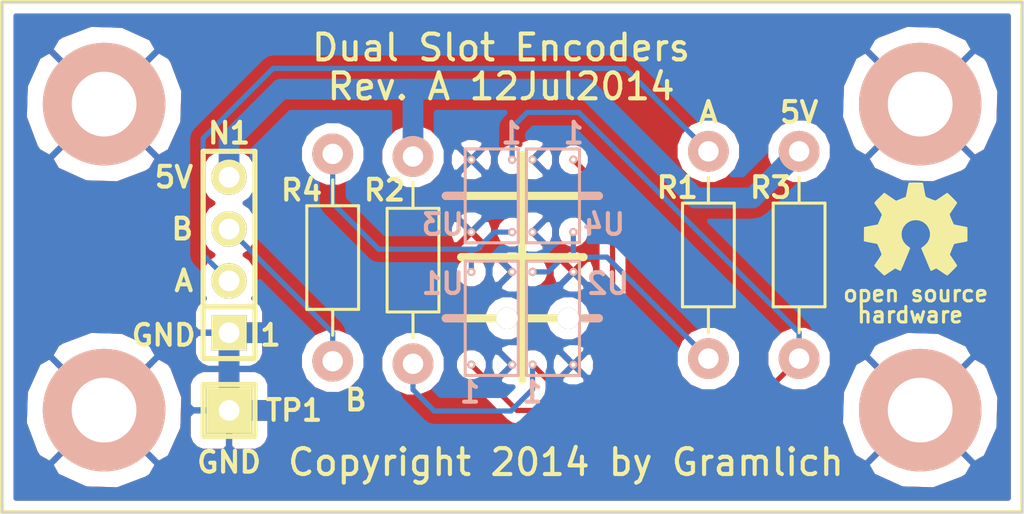
<source format=kicad_pcb>
(kicad_pcb (version 3) (host pcbnew "(2014-jan-25)-product")

  (general
    (links 25)
    (no_connects 0)
    (area 99.898399 99.898399 150.101601 125.3568)
    (thickness 1.6)
    (drawings 31)
    (tracks 54)
    (zones 0)
    (modules 15)
    (nets 9)
  )

  (page A4)
  (layers
    (15 F.Cu signal)
    (0 B.Cu signal)
    (16 B.Adhes user)
    (17 F.Adhes user)
    (18 B.Paste user)
    (19 F.Paste user)
    (20 B.SilkS user)
    (21 F.SilkS user)
    (22 B.Mask user)
    (23 F.Mask user)
    (24 Dwgs.User user)
    (25 Cmts.User user)
    (26 Eco1.User user)
    (27 Eco2.User user)
    (28 Edge.Cuts user)
  )

  (setup
    (last_trace_width 0.254)
    (trace_clearance 0.254)
    (zone_clearance 0.508)
    (zone_45_only no)
    (trace_min 0.254)
    (segment_width 0.2032)
    (edge_width 0.1)
    (via_size 0.889)
    (via_drill 0.635)
    (via_min_size 0.889)
    (via_min_drill 0.508)
    (uvia_size 0.508)
    (uvia_drill 0.127)
    (uvias_allowed no)
    (uvia_min_size 0.508)
    (uvia_min_drill 0.127)
    (pcb_text_width 0.3)
    (pcb_text_size 1.5 1.5)
    (mod_edge_width 0.15)
    (mod_text_size 1 1)
    (mod_text_width 0.15)
    (pad_size 6 6)
    (pad_drill 3.175)
    (pad_to_mask_clearance 0)
    (aux_axis_origin 0 0)
    (visible_elements 7FFEFFFF)
    (pcbplotparams
      (layerselection 284196865)
      (usegerberextensions true)
      (excludeedgelayer true)
      (linewidth 0.100000)
      (plotframeref false)
      (viasonmask false)
      (mode 1)
      (useauxorigin false)
      (hpglpennumber 1)
      (hpglpenspeed 20)
      (hpglpendiameter 15)
      (hpglpenoverlay 2)
      (psnegative false)
      (psa4output false)
      (plotreference true)
      (plotvalue true)
      (plotinvisibletext false)
      (padsonsilk false)
      (subtractmaskfromsilk false)
      (outputformat 1)
      (mirror false)
      (drillshape 0)
      (scaleselection 1)
      (outputdirectory ""))
  )

  (net 0 "")
  (net 1 "Net-(R1-Pad1)")
  (net 2 "Net-(R2-Pad1)")
  (net 3 "Net-(R3-Pad1)")
  (net 4 /GND)
  (net 5 /A)
  (net 6 /B)
  (net 7 /5V)
  (net 8 "Net-(R4-Pad1)")

  (net_class Default "This is the default net class."
    (clearance 0.254)
    (trace_width 0.254)
    (via_dia 0.889)
    (via_drill 0.635)
    (uvia_dia 0.508)
    (uvia_drill 0.127)
    (add_net /A)
    (add_net /B)
    (add_net "Net-(R1-Pad1)")
    (add_net "Net-(R2-Pad1)")
    (add_net "Net-(R3-Pad1)")
    (add_net "Net-(R4-Pad1)")
  )

  (net_class Power ""
    (clearance 0.254)
    (trace_width 1.016)
    (via_dia 0.889)
    (via_drill 0.635)
    (uvia_dia 0.508)
    (uvia_drill 0.127)
    (add_net /5V)
    (add_net /GND)
  )

  (module Dual_Slot_Encoders_Rev_A:Pin_Header_Straight_1x04 (layer F.Cu) (tedit 53C1FA3B) (tstamp 53C19B5F)
    (at 111.125 112.395 90)
    (descr "1 pin")
    (tags "CONN DEV")
    (path /53C169C0)
    (fp_text reference N1 (at 5.969 0 180) (layer F.SilkS)
      (effects (font (size 1.016 1.016) (thickness 0.2032)))
    )
    (fp_text value ENCODER_CONNECTOR (at 0.09 2.24 90) (layer F.SilkS) hide
      (effects (font (size 1.016 1.016) (thickness 0.2032)))
    )
    (fp_line (start -2.54 1.27) (end 5.08 1.27) (layer F.SilkS) (width 0.254))
    (fp_line (start -2.54 -1.27) (end 5.08 -1.27) (layer F.SilkS) (width 0.254))
    (fp_line (start -5.08 -1.27) (end -2.54 -1.27) (layer F.SilkS) (width 0.254))
    (fp_line (start 5.08 1.27) (end 5.08 -1.27) (layer F.SilkS) (width 0.254))
    (fp_line (start -2.54 -1.27) (end -2.54 1.27) (layer F.SilkS) (width 0.254))
    (fp_line (start -5.08 -1.27) (end -5.08 1.27) (layer F.SilkS) (width 0.254))
    (fp_line (start -5.08 1.27) (end -2.54 1.27) (layer F.SilkS) (width 0.254))
    (pad 1 thru_hole rect (at -3.81 0 90) (size 1.7272 1.7272) (drill 1.016) (layers *.Cu *.Mask F.SilkS)
      (net 4 /GND))
    (pad 2 thru_hole oval (at -1.27 0 90) (size 1.7272 1.7272) (drill 1.016) (layers *.Cu *.Mask F.SilkS)
      (net 5 /A))
    (pad 3 thru_hole oval (at 1.27 0 90) (size 1.7272 1.7272) (drill 1.016) (layers *.Cu *.Mask F.SilkS)
      (net 6 /B))
    (pad 4 thru_hole oval (at 3.81 0 90) (size 1.7272 1.7272) (drill 1.016) (layers *.Cu *.Mask F.SilkS)
      (net 7 /5V))
    (model Pin_Headers/Pin_Header_Straight_1x04.wrl
      (at (xyz 0 0 0))
      (scale (xyz 1 1 1))
      (rotate (xyz 0 0 0))
    )
  )

  (module Dual_Slot_Encoders_Rev_A:Resistor_Horizontal_400 (layer F.Cu) (tedit 53C1FA8D) (tstamp 53C19B65)
    (at 134.62 112.395 90)
    (descr "Resistor, Axial,  RM 10mm, 1/3W,")
    (tags "Resistor, Axial, RM 10mm, 1/3W,")
    (path /53C161E7)
    (fp_text reference R1 (at 3.302 -1.524 180) (layer F.SilkS)
      (effects (font (size 1.016 1.016) (thickness 0.2032)))
    )
    (fp_text value 10K (at -0.02 2.47 90) (layer F.SilkS) hide
      (effects (font (size 1.016 1.016) (thickness 0.2032)))
    )
    (fp_line (start 2.54 0) (end 3.81 0) (layer F.SilkS) (width 0.15))
    (fp_line (start -2.54 0) (end -3.81 0) (layer F.SilkS) (width 0.15))
    (fp_line (start -2.54 -1.27) (end -2.54 1.27) (layer F.SilkS) (width 0.15))
    (fp_line (start -2.54 1.27) (end 2.54 1.27) (layer F.SilkS) (width 0.15))
    (fp_line (start 2.54 1.27) (end 2.54 -1.27) (layer F.SilkS) (width 0.15))
    (fp_line (start 2.54 -1.27) (end -2.54 -1.27) (layer F.SilkS) (width 0.15))
    (pad 1 thru_hole circle (at -5.08 0 90) (size 1.99898 1.99898) (drill 1.00076) (layers *.Cu *.SilkS *.Mask)
      (net 1 "Net-(R1-Pad1)"))
    (pad 2 thru_hole circle (at 5.08 0 90) (size 1.99898 1.99898) (drill 1.00076) (layers *.Cu *.SilkS *.Mask)
      (net 5 /A))
  )

  (module Dual_Slot_Encoders_Rev_A:Resistor_Horizontal_400 (layer F.Cu) (tedit 53C1FAA1) (tstamp 53C19B6B)
    (at 116.205 112.522 270)
    (descr "Resistor, Axial,  RM 10mm, 1/3W,")
    (tags "Resistor, Axial, RM 10mm, 1/3W,")
    (path /53C158FC)
    (fp_text reference R2 (at -3.302 -2.54 360) (layer F.SilkS)
      (effects (font (size 1.016 1.016) (thickness 0.2032)))
    )
    (fp_text value 10K (at -0.02 2.47 270) (layer F.SilkS) hide
      (effects (font (size 1.016 1.016) (thickness 0.2032)))
    )
    (fp_line (start 2.54 0) (end 3.81 0) (layer F.SilkS) (width 0.15))
    (fp_line (start -2.54 0) (end -3.81 0) (layer F.SilkS) (width 0.15))
    (fp_line (start -2.54 -1.27) (end -2.54 1.27) (layer F.SilkS) (width 0.15))
    (fp_line (start -2.54 1.27) (end 2.54 1.27) (layer F.SilkS) (width 0.15))
    (fp_line (start 2.54 1.27) (end 2.54 -1.27) (layer F.SilkS) (width 0.15))
    (fp_line (start 2.54 -1.27) (end -2.54 -1.27) (layer F.SilkS) (width 0.15))
    (pad 1 thru_hole circle (at -5.08 0 270) (size 1.99898 1.99898) (drill 1.00076) (layers *.Cu *.SilkS *.Mask)
      (net 2 "Net-(R2-Pad1)"))
    (pad 2 thru_hole circle (at 5.08 0 270) (size 1.99898 1.99898) (drill 1.00076) (layers *.Cu *.SilkS *.Mask)
      (net 6 /B))
  )

  (module Dual_Slot_Encoders_Rev_A:Resistor_Horizontal_400 (layer F.Cu) (tedit 53C1FA93) (tstamp 53C19B71)
    (at 139.065 112.395 90)
    (descr "Resistor, Axial,  RM 10mm, 1/3W,")
    (tags "Resistor, Axial, RM 10mm, 1/3W,")
    (path /53C15E4E)
    (fp_text reference R3 (at 3.302 -1.397 180) (layer F.SilkS)
      (effects (font (size 1.016 1.016) (thickness 0.2032)))
    )
    (fp_text value 470 (at -0.02 2.47 90) (layer F.SilkS) hide
      (effects (font (size 1.016 1.016) (thickness 0.2032)))
    )
    (fp_line (start 2.54 0) (end 3.81 0) (layer F.SilkS) (width 0.15))
    (fp_line (start -2.54 0) (end -3.81 0) (layer F.SilkS) (width 0.15))
    (fp_line (start -2.54 -1.27) (end -2.54 1.27) (layer F.SilkS) (width 0.15))
    (fp_line (start -2.54 1.27) (end 2.54 1.27) (layer F.SilkS) (width 0.15))
    (fp_line (start 2.54 1.27) (end 2.54 -1.27) (layer F.SilkS) (width 0.15))
    (fp_line (start 2.54 -1.27) (end -2.54 -1.27) (layer F.SilkS) (width 0.15))
    (pad 1 thru_hole circle (at -5.08 0 90) (size 1.99898 1.99898) (drill 1.00076) (layers *.Cu *.SilkS *.Mask)
      (net 3 "Net-(R3-Pad1)"))
    (pad 2 thru_hole circle (at 5.08 0 90) (size 1.99898 1.99898) (drill 1.00076) (layers *.Cu *.SilkS *.Mask)
      (net 7 /5V))
  )

  (module Dual_Slot_Encoders_Rev_A:OSHW_LOGO_200mil (layer F.Cu) (tedit 53C1B8AB) (tstamp 53C1B7E9)
    (at 144.78 111.125)
    (path /53C1B3B3)
    (fp_text reference Z1 (at 1.27 1.27) (layer F.SilkS) hide
      (effects (font (size 0.23114 0.23114) (thickness 0.04572)))
    )
    (fp_text value OSHW_LOGO (at 0 -2.6924) (layer F.SilkS) hide
      (effects (font (size 0.23114 0.23114) (thickness 0.04572)))
    )
    (fp_poly (pts (xy -1.53924 2.28092) (xy -1.5113 2.26822) (xy -1.45288 2.23012) (xy -1.36906 2.17424)
      (xy -1.26746 2.10566) (xy -1.1684 2.03962) (xy -1.08458 1.98374) (xy -1.02616 1.94564)
      (xy -1.0033 1.93294) (xy -0.9906 1.93802) (xy -0.94234 1.96088) (xy -0.87122 1.99644)
      (xy -0.83312 2.01676) (xy -0.76708 2.0447) (xy -0.7366 2.04978) (xy -0.73152 2.04216)
      (xy -0.70866 1.9939) (xy -0.67056 1.91008) (xy -0.6223 1.80086) (xy -0.56896 1.67132)
      (xy -0.51054 1.53162) (xy -0.44958 1.38938) (xy -0.3937 1.25476) (xy -0.34544 1.13284)
      (xy -0.3048 1.03378) (xy -0.2794 0.9652) (xy -0.26924 0.93472) (xy -0.27178 0.92964)
      (xy -0.3048 0.89916) (xy -0.36068 0.85598) (xy -0.48006 0.75946) (xy -0.59944 0.61214)
      (xy -0.67056 0.44196) (xy -0.69342 0.25654) (xy -0.6731 0.08382) (xy -0.60706 -0.08128)
      (xy -0.49022 -0.23114) (xy -0.34798 -0.3429) (xy -0.18542 -0.41402) (xy 0 -0.43688)
      (xy 0.17526 -0.41656) (xy 0.34544 -0.35052) (xy 0.4953 -0.23622) (xy 0.5588 -0.16256)
      (xy 0.6477 -0.01016) (xy 0.69596 0.14986) (xy 0.70104 0.19304) (xy 0.69342 0.37084)
      (xy 0.64262 0.54102) (xy 0.5461 0.69342) (xy 0.41656 0.82042) (xy 0.40132 0.83058)
      (xy 0.34036 0.8763) (xy 0.29972 0.90678) (xy 0.2667 0.93472) (xy 0.4953 1.48082)
      (xy 0.53086 1.56718) (xy 0.59182 1.71704) (xy 0.6477 1.84658) (xy 0.69088 1.94818)
      (xy 0.72136 2.01676) (xy 0.73406 2.0447) (xy 0.7366 2.0447) (xy 0.75692 2.04978)
      (xy 0.79756 2.03454) (xy 0.87376 1.99644) (xy 0.92456 1.97104) (xy 0.98298 1.9431)
      (xy 1.00838 1.93294) (xy 1.03124 1.94564) (xy 1.08712 1.9812) (xy 1.1684 2.03454)
      (xy 1.26746 2.10058) (xy 1.3589 2.16408) (xy 1.44526 2.2225) (xy 1.50876 2.2606)
      (xy 1.5367 2.27838) (xy 1.54178 2.27838) (xy 1.56972 2.26314) (xy 1.61798 2.2225)
      (xy 1.69418 2.15138) (xy 1.79832 2.04724) (xy 1.81356 2.032) (xy 1.89992 1.9431)
      (xy 1.97104 1.86944) (xy 2.0193 1.8161) (xy 2.03454 1.79324) (xy 2.03454 1.79324)
      (xy 2.0193 1.76276) (xy 1.9812 1.7018) (xy 1.92278 1.6129) (xy 1.8542 1.5113)
      (xy 1.67386 1.24968) (xy 1.77292 1.00076) (xy 1.8034 0.92456) (xy 1.8415 0.83312)
      (xy 1.87198 0.76708) (xy 1.88722 0.73914) (xy 1.91262 0.72898) (xy 1.9812 0.7112)
      (xy 2.08026 0.69088) (xy 2.1971 0.67056) (xy 2.30886 0.65024) (xy 2.41046 0.62992)
      (xy 2.48412 0.61722) (xy 2.51714 0.6096) (xy 2.52476 0.60452) (xy 2.52984 0.58928)
      (xy 2.53492 0.55372) (xy 2.53746 0.49276) (xy 2.53746 0.39624) (xy 2.53746 0.25654)
      (xy 2.53746 0.2413) (xy 2.53746 0.10668) (xy 2.53492 0) (xy 2.53238 -0.06604)
      (xy 2.5273 -0.09398) (xy 2.5273 -0.09398) (xy 2.49428 -0.1016) (xy 2.42316 -0.11684)
      (xy 2.32156 -0.13716) (xy 2.20218 -0.16002) (xy 2.19456 -0.16256) (xy 2.07518 -0.18542)
      (xy 1.97358 -0.20574) (xy 1.90246 -0.22352) (xy 1.87198 -0.23114) (xy 1.8669 -0.2413)
      (xy 1.8415 -0.28702) (xy 1.80848 -0.36068) (xy 1.76784 -0.45212) (xy 1.72974 -0.5461)
      (xy 1.69418 -0.63246) (xy 1.67132 -0.69596) (xy 1.66624 -0.7239) (xy 1.66624 -0.7239)
      (xy 1.68402 -0.75438) (xy 1.72466 -0.81534) (xy 1.78308 -0.9017) (xy 1.8542 -1.0033)
      (xy 1.85928 -1.01092) (xy 1.92786 -1.11252) (xy 1.98374 -1.19888) (xy 2.02184 -1.25984)
      (xy 2.03454 -1.28778) (xy 2.03454 -1.29032) (xy 2.01168 -1.3208) (xy 1.96088 -1.37668)
      (xy 1.88722 -1.45542) (xy 1.79832 -1.54432) (xy 1.77038 -1.57226) (xy 1.67132 -1.66878)
      (xy 1.60274 -1.73228) (xy 1.55956 -1.7653) (xy 1.53924 -1.77292) (xy 1.53924 -1.77292)
      (xy 1.50876 -1.75514) (xy 1.44272 -1.71196) (xy 1.35636 -1.65354) (xy 1.25476 -1.58242)
      (xy 1.24714 -1.57734) (xy 1.14554 -1.50876) (xy 1.05918 -1.45288) (xy 1.00076 -1.41224)
      (xy 0.97282 -1.397) (xy 0.97028 -1.397) (xy 0.9271 -1.4097) (xy 0.85598 -1.4351)
      (xy 0.76708 -1.46812) (xy 0.6731 -1.50622) (xy 0.58674 -1.54178) (xy 0.52324 -1.57226)
      (xy 0.49276 -1.5875) (xy 0.49276 -1.59004) (xy 0.4826 -1.6256) (xy 0.46482 -1.7018)
      (xy 0.44196 -1.80594) (xy 0.4191 -1.9304) (xy 0.41656 -1.95072) (xy 0.3937 -2.07264)
      (xy 0.37338 -2.1717) (xy 0.35814 -2.24028) (xy 0.35306 -2.27076) (xy 0.33528 -2.2733)
      (xy 0.27432 -2.27838) (xy 0.18542 -2.28092) (xy 0.0762 -2.28092) (xy -0.0381 -2.28092)
      (xy -0.14986 -2.27838) (xy -0.24638 -2.27584) (xy -0.31496 -2.27076) (xy -0.3429 -2.26568)
      (xy -0.3429 -2.26314) (xy -0.3556 -2.22504) (xy -0.37084 -2.14884) (xy -0.3937 -2.0447)
      (xy -0.41656 -1.92024) (xy -0.42164 -1.89738) (xy -0.4445 -1.778) (xy -0.46482 -1.67894)
      (xy -0.47752 -1.61036) (xy -0.48514 -1.58242) (xy -0.49784 -1.57734) (xy -0.5461 -1.55448)
      (xy -0.62738 -1.52146) (xy -0.72898 -1.48082) (xy -0.96012 -1.38684) (xy -1.2446 -1.58242)
      (xy -1.27254 -1.6002) (xy -1.37414 -1.67132) (xy -1.45796 -1.7272) (xy -1.51638 -1.7653)
      (xy -1.54178 -1.778) (xy -1.54432 -1.778) (xy -1.57226 -1.7526) (xy -1.62814 -1.69926)
      (xy -1.70434 -1.62306) (xy -1.79578 -1.53416) (xy -1.86182 -1.46812) (xy -1.94056 -1.38938)
      (xy -1.98882 -1.3335) (xy -2.01676 -1.30048) (xy -2.02692 -1.28016) (xy -2.02438 -1.26492)
      (xy -2.0066 -1.23698) (xy -1.96342 -1.17348) (xy -1.905 -1.08712) (xy -1.83642 -0.98552)
      (xy -1.778 -0.9017) (xy -1.71704 -0.80518) (xy -1.6764 -0.7366) (xy -1.6637 -0.70358)
      (xy -1.66624 -0.69088) (xy -1.68656 -0.635) (xy -1.71958 -0.55118) (xy -1.76276 -0.44958)
      (xy -1.86182 -0.22352) (xy -2.00914 -0.19558) (xy -2.10058 -0.1778) (xy -2.22504 -0.15494)
      (xy -2.34442 -0.13208) (xy -2.53238 -0.09398) (xy -2.54 0.59182) (xy -2.50952 0.60452)
      (xy -2.48158 0.61214) (xy -2.413 0.62738) (xy -2.31394 0.6477) (xy -2.1971 0.66802)
      (xy -2.09804 0.68834) (xy -1.99644 0.70612) (xy -1.92532 0.72136) (xy -1.8923 0.72644)
      (xy -1.88468 0.73914) (xy -1.85928 0.7874) (xy -1.82372 0.8636) (xy -1.78308 0.95758)
      (xy -1.74498 1.0541) (xy -1.70942 1.143) (xy -1.68402 1.20904) (xy -1.67386 1.2446)
      (xy -1.6891 1.27254) (xy -1.7272 1.33096) (xy -1.78308 1.41478) (xy -1.84912 1.51384)
      (xy -1.9177 1.6129) (xy -1.97612 1.69926) (xy -2.01676 1.76022) (xy -2.032 1.78816)
      (xy -2.02438 1.80848) (xy -1.98374 1.85674) (xy -1.91008 1.93294) (xy -1.79832 2.0447)
      (xy -1.778 2.06248) (xy -1.6891 2.14884) (xy -1.61544 2.21742) (xy -1.5621 2.26314)
      (xy -1.53924 2.28092)) (layer F.SilkS) (width 0.00254))
  )

  (module Dual_Slot_Encoders_Rev_A:GP1S097HCZ0F (layer B.Cu) (tedit 53C1FBD1) (tstamp 53C19B8B)
    (at 124 109.5 90)
    (path /53C15B02)
    (fp_text reference U3 (at -1.4 -2.4 180) (layer B.SilkS)
      (effects (font (size 1.016 1.016) (thickness 0.2032)) (justify mirror))
    )
    (fp_text value GPS1S97HCZ0F (at 0 2 90) (layer B.SilkS) hide
      (effects (font (size 1.016 1.016) (thickness 0.2032)) (justify mirror))
    )
    (fp_text user 1 (at 3.074 0.968 180) (layer B.SilkS)
      (effects (font (size 1.016 1.016) (thickness 0.2032)) (justify mirror))
    )
    (fp_line (start -2.3 1.3) (end 2.3 1.3) (layer B.SilkS) (width 0.15))
    (fp_line (start 2.3 1.3) (end 2.3 -1.3) (layer B.SilkS) (width 0.15))
    (fp_line (start 2.3 -1.3) (end -2.3 -1.3) (layer B.SilkS) (width 0.15))
    (fp_line (start -2.3 -1.3) (end -2.3 1.3) (layer B.SilkS) (width 0.15))
    (pad 1 thru_hole circle (at 1.775 1 90) (size 0.4 0.4) (drill 0.2) (layers *.Cu *.Mask B.SilkS)
      (net 3 "Net-(R3-Pad1)"))
    (pad 4 thru_hole circle (at 1.775 -1 90) (size 0.4 0.4) (drill 0.2) (layers *.Cu *.Mask B.SilkS)
      (net 4 /GND))
    (pad 2 thru_hole circle (at -1.775 1 90) (size 0.4 0.4) (drill 0.2) (layers *.Cu *.Mask B.SilkS)
      (net 2 "Net-(R2-Pad1)"))
    (pad 3 thru_hole circle (at -1.775 -1 90) (size 0.4 0.4) (drill 0.2) (layers *.Cu *.Mask B.SilkS)
      (net 4 /GND))
  )

  (module Dual_Slot_Encoders_Rev_A:GP1S097HCZ0F (layer B.Cu) (tedit 53C1FBFB) (tstamp 53C19B93)
    (at 127 109.5 90)
    (path /53C15B57)
    (fp_text reference U4 (at -1.4 2.5 180) (layer B.SilkS)
      (effects (font (size 1.016 1.016) (thickness 0.2032)) (justify mirror))
    )
    (fp_text value GPS1S97HCZ0F (at 0 2 90) (layer B.SilkS) hide
      (effects (font (size 1.016 1.016) (thickness 0.2032)) (justify mirror))
    )
    (fp_text user 1 (at 3.074 1.016 180) (layer B.SilkS)
      (effects (font (size 1.016 1.016) (thickness 0.2032)) (justify mirror))
    )
    (fp_line (start -2.3 1.3) (end 2.3 1.3) (layer B.SilkS) (width 0.15))
    (fp_line (start 2.3 1.3) (end 2.3 -1.3) (layer B.SilkS) (width 0.15))
    (fp_line (start 2.3 -1.3) (end -2.3 -1.3) (layer B.SilkS) (width 0.15))
    (fp_line (start -2.3 -1.3) (end -2.3 1.3) (layer B.SilkS) (width 0.15))
    (pad 1 thru_hole circle (at 1.775 1 90) (size 0.4 0.4) (drill 0.2) (layers *.Cu *.Mask B.SilkS)
      (net 8 "Net-(R4-Pad1)"))
    (pad 4 thru_hole circle (at 1.775 -1 90) (size 0.4 0.4) (drill 0.2) (layers *.Cu *.Mask B.SilkS)
      (net 4 /GND))
    (pad 2 thru_hole circle (at -1.775 1 90) (size 0.4 0.4) (drill 0.2) (layers *.Cu *.Mask B.SilkS)
      (net 1 "Net-(R1-Pad1)"))
    (pad 3 thru_hole circle (at -1.775 -1 90) (size 0.4 0.4) (drill 0.2) (layers *.Cu *.Mask B.SilkS)
      (net 4 /GND))
  )

  (module Dual_Slot_Encoders_Rev_A:GP1S094HCZ0F (layer B.Cu) (tedit 53C1FBE9) (tstamp 53C19B83)
    (at 127 115.5 270)
    (path /53C15BBA)
    (fp_text reference U2 (at -1.7 -2.7 360) (layer B.SilkS)
      (effects (font (size 1.016 1.016) (thickness 0.2032)) (justify mirror))
    )
    (fp_text value GP1S094HCZ0F (at 0 2.3 270) (layer B.SilkS) hide
      (effects (font (size 1.016 1.016) (thickness 0.2032)) (justify mirror))
    )
    (fp_text user 1 (at 3.626 1.016 360) (layer B.SilkS)
      (effects (font (size 1.016 1.016) (thickness 0.2032)) (justify mirror))
    )
    (fp_line (start -2.8 1.3) (end 2.8 1.3) (layer B.SilkS) (width 0.15))
    (fp_line (start 2.8 1.3) (end 2.8 -1.3) (layer B.SilkS) (width 0.15))
    (fp_line (start 2.8 -1.3) (end -2.8 -1.3) (layer B.SilkS) (width 0.15))
    (fp_line (start -2.8 -1.3) (end -2.8 1.3) (layer B.SilkS) (width 0.15))
    (pad 1 thru_hole circle (at 2.274 1 270) (size 0.4 0.4) (drill 0.2) (layers *.Cu *.Mask B.SilkS)
      (net 8 "Net-(R4-Pad1)"))
    (pad 4 thru_hole circle (at 2.275 -1 270) (size 0.4 0.4) (drill 0.2) (layers *.Cu *.Mask B.SilkS)
      (net 4 /GND))
    (pad 2 thru_hole circle (at -2.275 1 270) (size 0.4 0.4) (drill 0.2) (layers *.Cu *.Mask B.SilkS)
      (net 1 "Net-(R1-Pad1)"))
    (pad 3 thru_hole circle (at -2.275 -1 270) (size 0.4 0.4) (drill 0.2) (layers *.Cu *.Mask B.SilkS)
      (net 4 /GND))
    (pad "" thru_hole circle (at 0 -0.75 270) (size 1.05 1.05) (drill 1.05) (layers *.Cu *.Mask B.SilkS))
  )

  (module Dual_Slot_Encoders_Rev_A:GP1S094HCZ0F (layer B.Cu) (tedit 53C1FBDA) (tstamp 53C19B7A)
    (at 124 115.5 270)
    (path /53C15B87)
    (fp_text reference U1 (at -1.7 2.4 360) (layer B.SilkS)
      (effects (font (size 1.016 1.016) (thickness 0.2032)) (justify mirror))
    )
    (fp_text value GP1S094HCZ0F (at 0 2.3 270) (layer B.SilkS) hide
      (effects (font (size 1.016 1.016) (thickness 0.2032)) (justify mirror))
    )
    (fp_text user 1 (at 3.626 1.064 540) (layer B.SilkS)
      (effects (font (size 1.016 1.016) (thickness 0.2032)) (justify mirror))
    )
    (fp_line (start -2.8 1.3) (end 2.8 1.3) (layer B.SilkS) (width 0.15))
    (fp_line (start 2.8 1.3) (end 2.8 -1.3) (layer B.SilkS) (width 0.15))
    (fp_line (start 2.8 -1.3) (end -2.8 -1.3) (layer B.SilkS) (width 0.15))
    (fp_line (start -2.8 -1.3) (end -2.8 1.3) (layer B.SilkS) (width 0.15))
    (pad 1 thru_hole circle (at 2.274 1 270) (size 0.4 0.4) (drill 0.2) (layers *.Cu *.Mask B.SilkS)
      (net 3 "Net-(R3-Pad1)"))
    (pad 4 thru_hole circle (at 2.275 -1 270) (size 0.4 0.4) (drill 0.2) (layers *.Cu *.Mask B.SilkS)
      (net 4 /GND))
    (pad 2 thru_hole circle (at -2.275 1 270) (size 0.4 0.4) (drill 0.2) (layers *.Cu *.Mask B.SilkS)
      (net 2 "Net-(R2-Pad1)"))
    (pad 3 thru_hole circle (at -2.275 -1 270) (size 0.4 0.4) (drill 0.2) (layers *.Cu *.Mask B.SilkS)
      (net 4 /GND))
    (pad "" thru_hole circle (at 0 -0.75 270) (size 1.05 1.05) (drill 1.05) (layers *.Cu *.Mask B.SilkS))
  )

  (module Dual_Slot_Encoders_Rev_A:MountingHole_3mm (layer F.Cu) (tedit 53C1E7D7) (tstamp 53C19E5B)
    (at 145 120)
    (descr "Mounting hole, Befestigungsbohrung, 3mm, No Annular, Kein Restring,")
    (tags "Mounting hole, Befestigungsbohrung, 3mm, No Annular, Kein Restring,")
    (path /53C166E2)
    (fp_text reference H4 (at 0 0) (layer F.SilkS)
      (effects (font (size 1.016 1.016) (thickness 0.2032)))
    )
    (fp_text value 3MM_HOLE (at 0 4.29) (layer F.SilkS) hide
      (effects (font (size 1.016 1.016) (thickness 0.2032)))
    )
    (fp_circle (center 0 0) (end 3 0) (layer Cmts.User) (width 0.381))
    (pad 1 thru_hole circle (at 0 0) (size 6 6) (drill 3.175) (layers *.Cu *.SilkS *.Mask)
      (net 4 /GND))
  )

  (module Dual_Slot_Encoders_Rev_A:MountingHole_3mm (layer F.Cu) (tedit 53C1E7D7) (tstamp 53C19B52)
    (at 105 120)
    (descr "Mounting hole, Befestigungsbohrung, 3mm, No Annular, Kein Restring,")
    (tags "Mounting hole, Befestigungsbohrung, 3mm, No Annular, Kein Restring,")
    (path /53C166B8)
    (fp_text reference H3 (at 0 0) (layer F.SilkS)
      (effects (font (size 1.016 1.016) (thickness 0.2032)))
    )
    (fp_text value 3MM_HOLE (at 0 4.29) (layer F.SilkS) hide
      (effects (font (size 1.016 1.016) (thickness 0.2032)))
    )
    (fp_circle (center 0 0) (end 3 0) (layer Cmts.User) (width 0.381))
    (pad 1 thru_hole circle (at 0 0) (size 6 6) (drill 3.175) (layers *.Cu *.SilkS *.Mask)
      (net 4 /GND))
  )

  (module Dual_Slot_Encoders_Rev_A:MountingHole_3mm (layer F.Cu) (tedit 53C1E7D7) (tstamp 53C19C4B)
    (at 145 105)
    (descr "Mounting hole, Befestigungsbohrung, 3mm, No Annular, Kein Restring,")
    (tags "Mounting hole, Befestigungsbohrung, 3mm, No Annular, Kein Restring,")
    (path /53C1668B)
    (fp_text reference H2 (at 0 0) (layer F.SilkS)
      (effects (font (size 1.016 1.016) (thickness 0.2032)))
    )
    (fp_text value 3MM_HOLE (at 0 4.29) (layer F.SilkS) hide
      (effects (font (size 1.016 1.016) (thickness 0.2032)))
    )
    (fp_circle (center 0 0) (end 3 0) (layer Cmts.User) (width 0.381))
    (pad 1 thru_hole circle (at 0 0) (size 6 6) (drill 3.175) (layers *.Cu *.SilkS *.Mask)
      (net 4 /GND))
  )

  (module Dual_Slot_Encoders_Rev_A:MountingHole_3mm (layer F.Cu) (tedit 53C1E7D7) (tstamp 53C19C09)
    (at 105 105)
    (descr "Mounting hole, Befestigungsbohrung, 3mm, No Annular, Kein Restring,")
    (tags "Mounting hole, Befestigungsbohrung, 3mm, No Annular, Kein Restring,")
    (path /53C1592C)
    (fp_text reference H1 (at 0 0) (layer F.SilkS)
      (effects (font (size 1.016 1.016) (thickness 0.2032)))
    )
    (fp_text value 3MM_HOLE (at 0 4.29) (layer F.SilkS) hide
      (effects (font (size 1.016 1.016) (thickness 0.2032)))
    )
    (fp_circle (center 0 0) (end 3 0) (layer Cmts.User) (width 0.381))
    (pad 1 thru_hole circle (at 0 0) (size 6 6) (drill 3.175) (layers *.Cu *.SilkS *.Mask)
      (net 4 /GND))
  )

  (module Dual_Slot_Encoders_Rev_A:Resistor_Horizontal_400 (layer F.Cu) (tedit 53C1FAA4) (tstamp 53C1F19B)
    (at 120.142 112.649 90)
    (descr "Resistor, Axial,  RM 10mm, 1/3W,")
    (tags "Resistor, Axial, RM 10mm, 1/3W,")
    (path /53C1F063)
    (fp_text reference R4 (at 3.429 -5.461 180) (layer F.SilkS)
      (effects (font (size 1.016 1.016) (thickness 0.2032)))
    )
    (fp_text value 470 (at -0.02 2.47 90) (layer F.SilkS) hide
      (effects (font (size 1.016 1.016) (thickness 0.2032)))
    )
    (fp_line (start 2.54 0) (end 3.81 0) (layer F.SilkS) (width 0.15))
    (fp_line (start -2.54 0) (end -3.81 0) (layer F.SilkS) (width 0.15))
    (fp_line (start -2.54 -1.27) (end -2.54 1.27) (layer F.SilkS) (width 0.15))
    (fp_line (start -2.54 1.27) (end 2.54 1.27) (layer F.SilkS) (width 0.15))
    (fp_line (start 2.54 1.27) (end 2.54 -1.27) (layer F.SilkS) (width 0.15))
    (fp_line (start 2.54 -1.27) (end -2.54 -1.27) (layer F.SilkS) (width 0.15))
    (pad 1 thru_hole circle (at -5.08 0 90) (size 1.99898 1.99898) (drill 1.00076) (layers *.Cu *.SilkS *.Mask)
      (net 8 "Net-(R4-Pad1)"))
    (pad 2 thru_hole circle (at 5.08 0 90) (size 1.99898 1.99898) (drill 1.00076) (layers *.Cu *.SilkS *.Mask)
      (net 7 /5V))
  )

  (module Dual_Slot_Encoders_Rev_A:Pin_Header_Straight_1x01 (layer F.Cu) (tedit 53C1F93F) (tstamp 53C1F966)
    (at 111.125 120.015)
    (descr "1 pin")
    (tags "CONN DEV")
    (path /53C1F775)
    (fp_text reference TP1 (at 3.175 0) (layer F.SilkS)
      (effects (font (size 1.016 1.016) (thickness 0.2032)))
    )
    (fp_text value GND (at 0 2.3) (layer F.SilkS) hide
      (effects (font (size 1.016 1.016) (thickness 0.2032)))
    )
    (fp_line (start -1.27 -1.27) (end -1.27 1.27) (layer F.SilkS) (width 0.254))
    (fp_line (start -1.27 1.27) (end 1.27 1.27) (layer F.SilkS) (width 0.254))
    (fp_line (start 1.27 1.27) (end 1.27 -1.27) (layer F.SilkS) (width 0.254))
    (fp_line (start 1.27 -1.27) (end -1.27 -1.27) (layer F.SilkS) (width 0.254))
    (pad 1 thru_hole rect (at 0 0) (size 2.2352 2.2352) (drill 1.016) (layers *.Cu *.Mask F.SilkS)
      (net 4 /GND))
    (model Pin_Headers/Pin_Header_Straight_1x01.wrl
      (at (xyz 0 0 0))
      (scale (xyz 1 1 1))
      (rotate (xyz 0 0 0))
    )
  )

  (gr_line (start 100 125) (end 100 100) (angle 90) (layer Edge.Cuts) (width 0.1))
  (gr_line (start 150 125) (end 100 125) (angle 90) (layer Edge.Cuts) (width 0.1))
  (gr_line (start 150 100) (end 150 125) (angle 90) (layer Edge.Cuts) (width 0.1))
  (gr_line (start 100 100) (end 150 100) (angle 90) (layer Edge.Cuts) (width 0.1))
  (gr_text GND (at 111.125 122.555) (layer F.SilkS)
    (effects (font (size 1.016 1.016) (thickness 0.2032)))
  )
  (gr_text 5V (at 139.065 105.41) (layer F.SilkS)
    (effects (font (size 1.016 1.016) (thickness 0.2032)))
  )
  (gr_text B (at 117.983 119.507) (layer F.SilkS)
    (effects (font (size 1.016 1.016) (thickness 0.2032)) (justify right))
  )
  (gr_text A (at 134.62 105.41) (layer F.SilkS)
    (effects (font (size 1.016 1.016) (thickness 0.2032)))
  )
  (gr_text 5V (at 109.474 108.585) (layer F.SilkS)
    (effects (font (size 1.016 1.016) (thickness 0.2032)) (justify right))
  )
  (gr_text B (at 109.474 111.125) (layer F.SilkS)
    (effects (font (size 1.016 1.016) (thickness 0.2032)) (justify right))
  )
  (gr_text A (at 109.474 113.665) (layer F.SilkS)
    (effects (font (size 1.016 1.016) (thickness 0.2032)) (justify right))
  )
  (gr_text GND (at 109.601 116.332) (layer F.SilkS)
    (effects (font (size 1.016 1.016) (thickness 0.2032)) (justify right))
  )
  (gr_text 1 (at 113.157 116.332) (layer F.SilkS)
    (effects (font (size 1.016 1.016) (thickness 0.2032)))
  )
  (gr_line (start 129.25 109.5) (end 128.5 109.5) (angle 90) (layer B.SilkS) (width 0.4))
  (gr_line (start 121.75 109.5) (end 129.25 109.5) (angle 90) (layer F.SilkS) (width 0.4))
  (gr_line (start 121.75 109.5) (end 122.5 109.5) (angle 90) (layer B.SilkS) (width 0.4))
  (gr_line (start 128.5 115.5) (end 129.25 115.5) (angle 90) (layer B.SilkS) (width 0.4))
  (gr_line (start 122.5 115.5) (end 121.75 115.5) (angle 90) (layer B.SilkS) (width 0.4))
  (gr_text "Copyright 2014 by Gramlich" (at 127.635 122.555) (layer F.SilkS)
    (effects (font (size 1.27 1.27) (thickness 0.2032)))
  )
  (gr_text "Rev. A 12Jul2014" (at 124.46 104.14) (layer F.SilkS)
    (effects (font (size 1.27 1.27) (thickness 0.2032)))
  )
  (gr_text "Dual Slot Encoders" (at 124.46 102.235) (layer F.SilkS)
    (effects (font (size 1.27 1.27) (thickness 0.2032)))
  )
  (gr_text hardware (at 144.5133 115.33632) (layer F.SilkS)
    (effects (font (size 0.762 0.762) (thickness 0.1524)))
  )
  (gr_text "open source" (at 144.78 114.3) (layer F.SilkS)
    (effects (font (size 0.762 0.762) (thickness 0.1524)))
  )
  (gr_line (start 121.75 115.5) (end 129.25 115.5) (angle 90) (layer F.SilkS) (width 0.4))
  (gr_line (start 125.5 107.5) (end 125.5 118.5) (angle 90) (layer F.SilkS) (width 0.4))
  (gr_line (start 122.5 112.5) (end 128.5 112.5) (angle 90) (layer F.SilkS) (width 0.4))
  (gr_line (start 100 125) (end 100 100) (angle 90) (layer F.SilkS) (width 0.2032))
  (gr_line (start 150 125) (end 100 125) (angle 90) (layer F.SilkS) (width 0.2032))
  (gr_line (start 150 100) (end 150 125) (angle 90) (layer F.SilkS) (width 0.2032))
  (gr_line (start 100 100) (end 150 100) (angle 90) (layer F.SilkS) (width 0.2032))
  (gr_line (start 100 100) (end 150 100) (angle 90) (layer F.SilkS) (width 0.2) (tstamp 53C19E0E))

  (segment (start 128 112.5) (end 129.645 112.5) (width 0.254) (layer B.Cu) (net 1) (tstamp 53C1EBAE))
  (segment (start 127.5 112.5) (end 128 112.5) (width 0.254) (layer B.Cu) (net 1) (tstamp 53C1EBBF))
  (segment (start 129.645 112.5) (end 134.62 117.475) (width 0.254) (layer B.Cu) (net 1) (tstamp 53C1EB82))
  (segment (start 128 111.275) (end 128 112.5) (width 0.254) (layer B.Cu) (net 1))
  (segment (start 126.775 113.225) (end 127.5 112.5) (width 0.254) (layer B.Cu) (net 1) (tstamp 53C1EBB3))
  (segment (start 126 113.225) (end 126.775 113.225) (width 0.254) (layer B.Cu) (net 1))
  (segment (start 125 111.275) (end 124.95 111.275) (width 0.254) (layer B.Cu) (net 2))
  (segment (start 123 113.225) (end 123 112.1125) (width 0.254) (layer B.Cu) (net 2))
  (segment (start 123 112.1125) (end 123.2875 112.1125) (width 0.254) (layer B.Cu) (net 2))
  (segment (start 124.125 111.275) (end 123.2875 112.1125) (width 0.254) (layer B.Cu) (net 2) (tstamp 53C1EB3D))
  (segment (start 125 111.275) (end 124.125 111.275) (width 0.254) (layer B.Cu) (net 2))
  (segment (start 118.4625 112.1125) (end 116.205 109.855) (width 0.254) (layer B.Cu) (net 2) (tstamp 53C1F2DB))
  (segment (start 116.205 109.855) (end 116.205 107.442) (width 0.254) (layer B.Cu) (net 2) (tstamp 53C1F2DF))
  (segment (start 123 112.1125) (end 118.4625 112.1125) (width 0.254) (layer B.Cu) (net 2))
  (segment (start 125 107.725) (end 125 106.14) (width 0.254) (layer B.Cu) (net 3))
  (segment (start 125 106.14) (end 125.73 105.41) (width 0.254) (layer B.Cu) (net 3) (tstamp 53C1FD13))
  (segment (start 125.73 105.41) (end 128.27 105.41) (width 0.254) (layer B.Cu) (net 3) (tstamp 53C1FD16))
  (segment (start 128.27 105.41) (end 139.065 116.205) (width 0.254) (layer B.Cu) (net 3) (tstamp 53C1FD18))
  (segment (start 139.065 116.205) (end 139.065 117.475) (width 0.254) (layer B.Cu) (net 3) (tstamp 53C1FD19))
  (segment (start 125.241 120.015) (end 136.525 120.015) (width 0.254) (layer F.Cu) (net 3) (tstamp 53C1F28D))
  (segment (start 136.525 120.015) (end 139.065 117.475) (width 0.254) (layer F.Cu) (net 3) (tstamp 53C1F291))
  (segment (start 123 117.774) (end 125.241 120.015) (width 0.254) (layer F.Cu) (net 3))
  (segment (start 111.125 120.015) (end 113.03 120.015) (width 1.016) (layer B.Cu) (net 4))
  (segment (start 111.125 120.015) (end 113.03 120.015) (width 1.016) (layer F.Cu) (net 4))
  (segment (start 111.125 116.205) (end 111.125 120.015) (width 1.016) (layer F.Cu) (net 4))
  (segment (start 111.125 116.205) (end 111.125 120.015) (width 1.016) (layer B.Cu) (net 4))
  (segment (start 111.125 116.205) (end 113.03 116.205) (width 1.016) (layer B.Cu) (net 4))
  (segment (start 111.125 116.205) (end 113.03 116.205) (width 1.016) (layer F.Cu) (net 4))
  (segment (start 109.855 112.395) (end 109.855 106.68) (width 0.254) (layer B.Cu) (net 5) (tstamp 53C1F246))
  (segment (start 109.855 106.68) (end 113.284 103.251) (width 0.254) (layer B.Cu) (net 5) (tstamp 53C1F24C))
  (segment (start 113.284 103.251) (end 130.556 103.251) (width 0.254) (layer B.Cu) (net 5) (tstamp 53C1F24E))
  (segment (start 130.556 103.251) (end 134.62 107.315) (width 0.254) (layer B.Cu) (net 5) (tstamp 53C1F250))
  (segment (start 111.125 113.665) (end 109.855 112.395) (width 0.254) (layer B.Cu) (net 5))
  (segment (start 116.205 116.205) (end 111.125 111.125) (width 0.254) (layer B.Cu) (net 6) (tstamp 53C1F268))
  (segment (start 116.205 117.602) (end 116.205 116.205) (width 0.254) (layer B.Cu) (net 6))
  (segment (start 136.779 109.601) (end 133.985 109.601) (width 1.016) (layer B.Cu) (net 7) (tstamp 53C1F234))
  (segment (start 133.985 109.601) (end 128.651 104.267) (width 1.016) (layer B.Cu) (net 7) (tstamp 53C1F237))
  (segment (start 139.065 107.315) (end 136.779 109.601) (width 1.016) (layer B.Cu) (net 7))
  (segment (start 111.125 108.585) (end 111.125 106.807) (width 1.016) (layer B.Cu) (net 7))
  (segment (start 111.125 106.807) (end 113.665 104.267) (width 1.016) (layer B.Cu) (net 7) (tstamp 53C1F256))
  (segment (start 120.142 104.267) (end 113.665 104.267) (width 1.016) (layer B.Cu) (net 7) (tstamp 53C1F37A))
  (segment (start 128.651 104.267) (end 120.142 104.267) (width 1.016) (layer B.Cu) (net 7))
  (segment (start 120.142 107.569) (end 120.142 104.267) (width 1.016) (layer B.Cu) (net 7))
  (segment (start 126 117.774) (end 126.029 117.774) (width 0.254) (layer B.Cu) (net 8))
  (segment (start 129.921 109.646) (end 129.921 118.11) (width 0.254) (layer F.Cu) (net 8) (tstamp 53C1F21B))
  (segment (start 129.921 118.11) (end 129.032 118.999) (width 0.254) (layer F.Cu) (net 8) (tstamp 53C1F221))
  (segment (start 129.032 118.999) (end 127.225 118.999) (width 0.254) (layer F.Cu) (net 8) (tstamp 53C1F223))
  (segment (start 127.225 118.999) (end 126 117.774) (width 0.254) (layer F.Cu) (net 8) (tstamp 53C1F224))
  (segment (start 128 107.725) (end 129.921 109.646) (width 0.254) (layer F.Cu) (net 8))
  (segment (start 120.142 118.999) (end 121.185 120.042) (width 0.254) (layer B.Cu) (net 8) (tstamp 53C1F271))
  (segment (start 121.185 120.042) (end 124.941 120.042) (width 0.254) (layer B.Cu) (net 8) (tstamp 53C1F27C))
  (segment (start 124.941 120.042) (end 126 118.983) (width 0.254) (layer B.Cu) (net 8) (tstamp 53C1F27E))
  (segment (start 126 118.983) (end 126 117.774) (width 0.254) (layer B.Cu) (net 8) (tstamp 53C1F27F))
  (segment (start 120.142 117.729) (end 120.142 118.999) (width 0.254) (layer B.Cu) (net 8))

  (zone (net 4) (net_name /GND) (layer B.Cu) (tstamp 53C1AF9C) (hatch edge 0.508)
    (connect_pads (clearance 0.508))
    (min_thickness 0.254)
    (fill yes (arc_segments 16) (thermal_gap 0.762) (thermal_bridge_width 0.3048))
    (polygon
      (pts
        (xy 100.4 124.6) (xy 100.4 100.4) (xy 149.6 100.4) (xy 149.6 124.6)
      )
    )
    (filled_polygon
      (pts
        (xy 149.315 124.315) (xy 148.912318 124.315) (xy 148.912318 119.354633) (xy 148.912318 104.354633) (xy 148.367539 102.906579)
        (xy 148.22277 102.689917) (xy 147.664558 102.371363) (xy 147.628637 102.407284) (xy 147.628637 102.335442) (xy 147.310083 101.77723)
        (xy 145.900937 101.138518) (xy 144.354633 101.087682) (xy 142.906579 101.632461) (xy 142.689917 101.77723) (xy 142.371363 102.335442)
        (xy 145 104.964079) (xy 147.628637 102.335442) (xy 147.628637 102.407284) (xy 145.035921 105) (xy 147.664558 107.628637)
        (xy 148.22277 107.310083) (xy 148.861482 105.900937) (xy 148.912318 104.354633) (xy 148.912318 119.354633) (xy 148.367539 117.906579)
        (xy 148.22277 117.689917) (xy 147.664558 117.371363) (xy 147.628637 117.407284) (xy 147.628637 117.335442) (xy 147.628637 107.664558)
        (xy 145 105.035921) (xy 144.964079 105.071842) (xy 144.964079 105) (xy 142.335442 102.371363) (xy 141.77723 102.689917)
        (xy 141.138518 104.099063) (xy 141.087682 105.645367) (xy 141.632461 107.093421) (xy 141.77723 107.310083) (xy 142.335442 107.628637)
        (xy 144.964079 105) (xy 144.964079 105.071842) (xy 142.371363 107.664558) (xy 142.689917 108.22277) (xy 144.099063 108.861482)
        (xy 145.645367 108.912318) (xy 147.093421 108.367539) (xy 147.310083 108.22277) (xy 147.628637 107.664558) (xy 147.628637 117.335442)
        (xy 147.310083 116.77723) (xy 145.900937 116.138518) (xy 144.354633 116.087682) (xy 142.906579 116.632461) (xy 142.689917 116.77723)
        (xy 142.371363 117.335442) (xy 145 119.964079) (xy 147.628637 117.335442) (xy 147.628637 117.407284) (xy 145.035921 120)
        (xy 147.664558 122.628637) (xy 148.22277 122.310083) (xy 148.861482 120.900937) (xy 148.912318 119.354633) (xy 148.912318 124.315)
        (xy 147.628637 124.315) (xy 147.628637 122.664558) (xy 145 120.035921) (xy 144.964079 120.071842) (xy 144.964079 120)
        (xy 142.335442 117.371363) (xy 141.77723 117.689917) (xy 141.138518 119.099063) (xy 141.087682 120.645367) (xy 141.632461 122.093421)
        (xy 141.77723 122.310083) (xy 142.335442 122.628637) (xy 144.964079 120) (xy 144.964079 120.071842) (xy 142.371363 122.664558)
        (xy 142.689917 123.22277) (xy 144.099063 123.861482) (xy 145.645367 123.912318) (xy 147.093421 123.367539) (xy 147.310083 123.22277)
        (xy 147.628637 122.664558) (xy 147.628637 124.315) (xy 140.699774 124.315) (xy 140.699774 117.151306) (xy 140.451462 116.550345)
        (xy 139.992073 116.090154) (xy 139.787237 116.005098) (xy 139.787236 116.005098) (xy 139.768996 115.913395) (xy 139.603815 115.666185)
        (xy 139.603815 115.666184) (xy 134.68163 110.744) (xy 136.779 110.744) (xy 137.216407 110.656994) (xy 137.587223 110.409223)
        (xy 139.04697 108.949475) (xy 139.388694 108.949774) (xy 139.989655 108.701462) (xy 140.449846 108.242073) (xy 140.699206 107.641547)
        (xy 140.699774 106.991306) (xy 140.451462 106.390345) (xy 139.992073 105.930154) (xy 139.391547 105.680794) (xy 138.741306 105.680226)
        (xy 138.140345 105.928538) (xy 137.680154 106.387927) (xy 137.430794 106.988453) (xy 137.430492 107.333061) (xy 136.305554 108.458)
        (xy 135.788542 108.458) (xy 136.004846 108.242073) (xy 136.254206 107.641547) (xy 136.254774 106.991306) (xy 136.006462 106.390345)
        (xy 135.547073 105.930154) (xy 134.946547 105.680794) (xy 134.296306 105.680226) (xy 134.131112 105.748482) (xy 131.094815 102.712185)
        (xy 130.847605 102.547004) (xy 130.556 102.489) (xy 113.284 102.489) (xy 112.992395 102.547004) (xy 112.745184 102.712185)
        (xy 109.316185 106.141185) (xy 109.151004 106.388395) (xy 109.093 106.68) (xy 109.093 112.395) (xy 109.151004 112.686605)
        (xy 109.316185 112.933815) (xy 109.691372 113.309002) (xy 109.6264 113.635641) (xy 109.6264 113.694359) (xy 109.740474 114.267848)
        (xy 109.911646 114.524025) (xy 109.757822 114.587742) (xy 109.507742 114.837822) (xy 109.3724 115.164567) (xy 109.3724 115.95735)
        (xy 109.59465 116.1796) (xy 111.0996 116.1796) (xy 111.0996 116.1596) (xy 111.1504 116.1596) (xy 111.1504 116.1796)
        (xy 112.65535 116.1796) (xy 112.8776 115.95735) (xy 112.8776 115.164567) (xy 112.742258 114.837822) (xy 112.492178 114.587742)
        (xy 112.338353 114.524025) (xy 112.509526 114.267848) (xy 112.62246 113.70009) (xy 115.209064 116.286694) (xy 114.820154 116.674927)
        (xy 114.570794 117.275453) (xy 114.570226 117.925694) (xy 114.818538 118.526655) (xy 115.277927 118.986846) (xy 115.878453 119.236206)
        (xy 116.528694 119.236774) (xy 117.129655 118.988462) (xy 117.589846 118.529073) (xy 117.839206 117.928547) (xy 117.839774 117.278306)
        (xy 117.591462 116.677345) (xy 117.132073 116.217154) (xy 116.954773 116.143532) (xy 116.908996 115.913396) (xy 116.908996 115.913395)
        (xy 116.743815 115.666185) (xy 112.558627 111.480997) (xy 112.6236 111.154359) (xy 112.6236 111.095641) (xy 112.509526 110.522152)
        (xy 112.18467 110.035971) (xy 111.913827 109.855) (xy 112.18467 109.674029) (xy 112.509526 109.187848) (xy 112.6236 108.614359)
        (xy 112.6236 108.555641) (xy 112.509526 107.982152) (xy 112.268 107.620683) (xy 112.268 107.280446) (xy 114.138446 105.41)
        (xy 118.999 105.41) (xy 118.999 106.400502) (xy 118.757154 106.641927) (xy 118.507794 107.242453) (xy 118.507226 107.892694)
        (xy 118.755538 108.493655) (xy 119.214927 108.953846) (xy 119.815453 109.203206) (xy 120.465694 109.203774) (xy 121.066655 108.955462)
        (xy 121.526846 108.496073) (xy 121.776206 107.895547) (xy 121.776774 107.245306) (xy 121.528462 106.644345) (xy 121.285 106.400457)
        (xy 121.285 105.41) (xy 124.65237 105.41) (xy 124.461185 105.601185) (xy 124.296004 105.848395) (xy 124.238 106.14)
        (xy 124.238 107.382725) (xy 124.165145 107.558179) (xy 124.164855 107.890363) (xy 124.291708 108.197372) (xy 124.526393 108.432466)
        (xy 124.833179 108.559855) (xy 125.165363 108.560145) (xy 125.381955 108.470651) (xy 125.368081 108.637974) (xy 125.765563 108.810303)
        (xy 126.198736 108.817404) (xy 126.601653 108.658197) (xy 126.631919 108.637974) (xy 126.609754 108.370675) (xy 126 107.760921)
        (xy 125.985857 107.775063) (xy 125.949936 107.739142) (xy 125.964079 107.725) (xy 125.949936 107.710857) (xy 125.985857 107.674936)
        (xy 126 107.689079) (xy 126.609754 107.079325) (xy 126.631919 106.812026) (xy 126.234437 106.639697) (xy 125.801264 106.632596)
        (xy 125.762 106.64811) (xy 125.762 106.45563) (xy 126.04563 106.172) (xy 127.954369 106.172) (xy 138.005508 116.223139)
        (xy 137.680154 116.547927) (xy 137.430794 117.148453) (xy 137.430226 117.798694) (xy 137.678538 118.399655) (xy 138.137927 118.859846)
        (xy 138.738453 119.109206) (xy 139.388694 119.109774) (xy 139.989655 118.861462) (xy 140.449846 118.402073) (xy 140.699206 117.801547)
        (xy 140.699774 117.151306) (xy 140.699774 124.315) (xy 136.254774 124.315) (xy 136.254774 117.151306) (xy 136.006462 116.550345)
        (xy 135.547073 116.090154) (xy 134.946547 115.840794) (xy 134.296306 115.840226) (xy 134.131113 115.908482) (xy 130.183815 111.961185)
        (xy 129.936605 111.796004) (xy 129.645 111.738) (xy 128.762 111.738) (xy 128.762 111.617274) (xy 128.834855 111.441821)
        (xy 128.835145 111.109637) (xy 128.835145 107.559637) (xy 128.708292 107.252628) (xy 128.473607 107.017534) (xy 128.166821 106.890145)
        (xy 127.834637 106.889855) (xy 127.527628 107.016708) (xy 127.292534 107.251393) (xy 127.165145 107.558179) (xy 127.164855 107.890363)
        (xy 127.291708 108.197372) (xy 127.526393 108.432466) (xy 127.833179 108.559855) (xy 128.165363 108.560145) (xy 128.472372 108.433292)
        (xy 128.707466 108.198607) (xy 128.834855 107.891821) (xy 128.835145 107.559637) (xy 128.835145 111.109637) (xy 128.708292 110.802628)
        (xy 128.473607 110.567534) (xy 128.166821 110.440145) (xy 127.834637 110.439855) (xy 127.527628 110.566708) (xy 127.292534 110.801393)
        (xy 127.165145 111.108179) (xy 127.164855 111.440363) (xy 127.238 111.617388) (xy 127.238 111.790115) (xy 127.208395 111.796004)
        (xy 127.092404 111.873506) (xy 127.092404 111.076264) (xy 127.092404 107.526264) (xy 126.933197 107.123347) (xy 126.912974 107.093081)
        (xy 126.645675 107.115246) (xy 126.035921 107.725) (xy 126.645675 108.334754) (xy 126.912974 108.356919) (xy 127.085303 107.959437)
        (xy 127.092404 107.526264) (xy 127.092404 111.076264) (xy 126.933197 110.673347) (xy 126.912974 110.643081) (xy 126.645675 110.665246)
        (xy 126.035921 111.275) (xy 126.645675 111.884754) (xy 126.912974 111.906919) (xy 127.085303 111.509437) (xy 127.092404 111.076264)
        (xy 127.092404 111.873506) (xy 126.961185 111.961185) (xy 126.631919 112.290451) (xy 126.631919 112.187974) (xy 126.609754 111.920675)
        (xy 126 111.310921) (xy 125.985857 111.325063) (xy 125.949936 111.289142) (xy 125.964079 111.275) (xy 125.949936 111.260857)
        (xy 125.985857 111.224936) (xy 126 111.239079) (xy 126.609754 110.629325) (xy 126.631919 110.362026) (xy 126.234437 110.189697)
        (xy 125.801264 110.182596) (xy 125.398347 110.341803) (xy 125.368081 110.362026) (xy 125.381966 110.529481) (xy 125.166821 110.440145)
        (xy 124.834637 110.439855) (xy 124.657611 110.513) (xy 124.125 110.513) (xy 124.092404 110.519483) (xy 124.092404 107.526264)
        (xy 123.933197 107.123347) (xy 123.912974 107.093081) (xy 123.645675 107.115246) (xy 123.631919 107.129002) (xy 123.631919 106.812026)
        (xy 123.234437 106.639697) (xy 122.801264 106.632596) (xy 122.398347 106.791803) (xy 122.368081 106.812026) (xy 122.390246 107.079325)
        (xy 123 107.689079) (xy 123.609754 107.079325) (xy 123.631919 106.812026) (xy 123.631919 107.129002) (xy 123.035921 107.725)
        (xy 123.645675 108.334754) (xy 123.912974 108.356919) (xy 124.085303 107.959437) (xy 124.092404 107.526264) (xy 124.092404 110.519483)
        (xy 123.833395 110.571004) (xy 123.698966 110.660826) (xy 123.698965 110.660827) (xy 123.645675 110.665246) (xy 123.631919 110.679002)
        (xy 123.631919 110.362026) (xy 123.631919 108.637974) (xy 123.609754 108.370675) (xy 123 107.760921) (xy 122.964079 107.796842)
        (xy 122.964079 107.725) (xy 122.354325 107.115246) (xy 122.087026 107.093081) (xy 121.914697 107.490563) (xy 121.907596 107.923736)
        (xy 122.066803 108.326653) (xy 122.087026 108.356919) (xy 122.354325 108.334754) (xy 122.964079 107.725) (xy 122.964079 107.796842)
        (xy 122.390246 108.370675) (xy 122.368081 108.637974) (xy 122.765563 108.810303) (xy 123.198736 108.817404) (xy 123.601653 108.658197)
        (xy 123.631919 108.637974) (xy 123.631919 110.362026) (xy 123.234437 110.189697) (xy 122.801264 110.182596) (xy 122.398347 110.341803)
        (xy 122.368081 110.362026) (xy 122.390246 110.629325) (xy 123 111.239079) (xy 123.609754 110.629325) (xy 123.631919 110.362026)
        (xy 123.631919 110.679002) (xy 123.035921 111.275) (xy 123.041645 111.280724) (xy 123.005724 111.316645) (xy 123 111.310921)
        (xy 122.985857 111.325063) (xy 122.949936 111.289142) (xy 122.964079 111.275) (xy 122.354325 110.665246) (xy 122.087026 110.643081)
        (xy 121.914697 111.040563) (xy 121.909616 111.3505) (xy 118.77813 111.3505) (xy 116.967 109.53937) (xy 116.967 108.895669)
        (xy 117.129655 108.828462) (xy 117.589846 108.369073) (xy 117.839206 107.768547) (xy 117.839774 107.118306) (xy 117.591462 106.517345)
        (xy 117.132073 106.057154) (xy 116.531547 105.807794) (xy 115.881306 105.807226) (xy 115.280345 106.055538) (xy 114.820154 106.514927)
        (xy 114.570794 107.115453) (xy 114.570226 107.765694) (xy 114.818538 108.366655) (xy 115.277927 108.826846) (xy 115.443 108.89539)
        (xy 115.443 109.855) (xy 115.501004 110.146605) (xy 115.666185 110.393815) (xy 117.923685 112.651315) (xy 118.170895 112.816496)
        (xy 118.4625 112.8745) (xy 122.238 112.8745) (xy 122.238 112.882725) (xy 122.165145 113.058179) (xy 122.164855 113.390363)
        (xy 122.291708 113.697372) (xy 122.526393 113.932466) (xy 122.833179 114.059855) (xy 123.165363 114.060145) (xy 123.472372 113.933292)
        (xy 123.707466 113.698607) (xy 123.834855 113.391821) (xy 123.835145 113.059637) (xy 123.762 112.882611) (xy 123.762 112.694289)
        (xy 123.762 112.694288) (xy 123.826315 112.651315) (xy 124.44063 112.037) (xy 124.657725 112.037) (xy 124.833179 112.109855)
        (xy 125.165363 112.110145) (xy 125.381955 112.020651) (xy 125.368081 112.187974) (xy 125.765563 112.360303) (xy 126.198736 112.367404)
        (xy 126.601653 112.208197) (xy 126.631919 112.187974) (xy 126.631919 112.290451) (xy 126.45937 112.463) (xy 126.342274 112.463)
        (xy 126.166821 112.390145) (xy 125.834637 112.389855) (xy 125.618044 112.479348) (xy 125.631919 112.312026) (xy 125.234437 112.139697)
        (xy 124.801264 112.132596) (xy 124.398347 112.291803) (xy 124.368081 112.312026) (xy 124.390246 112.579325) (xy 125 113.189079)
        (xy 125.014142 113.174936) (xy 125.050063 113.210857) (xy 125.035921 113.225) (xy 125.050063 113.239142) (xy 125.014142 113.275063)
        (xy 125 113.260921) (xy 124.964079 113.296842) (xy 124.964079 113.225) (xy 124.354325 112.615246) (xy 124.087026 112.593081)
        (xy 123.914697 112.990563) (xy 123.907596 113.423736) (xy 124.066803 113.826653) (xy 124.087026 113.856919) (xy 124.354325 113.834754)
        (xy 124.964079 113.225) (xy 124.964079 113.296842) (xy 124.390246 113.870675) (xy 124.368081 114.137974) (xy 124.765563 114.310303)
        (xy 125.198736 114.317404) (xy 125.601653 114.158197) (xy 125.631919 114.137974) (xy 125.618033 113.970518) (xy 125.833179 114.059855)
        (xy 126.165363 114.060145) (xy 126.342388 113.987) (xy 126.775 113.987) (xy 126.775 113.986999) (xy 127.066604 113.928996)
        (xy 127.066605 113.928996) (xy 127.186865 113.84864) (xy 127.354325 113.834754) (xy 127.927079 113.262) (xy 127.998921 113.262)
        (xy 127.390246 113.870675) (xy 127.368081 114.137974) (xy 127.765563 114.310303) (xy 128.198736 114.317404) (xy 128.601653 114.158197)
        (xy 128.631919 114.137974) (xy 128.609754 113.870675) (xy 128.001079 113.262) (xy 128.072921 113.262) (xy 128.645675 113.834754)
        (xy 128.912974 113.856919) (xy 129.085303 113.459437) (xy 129.088539 113.262) (xy 129.329369 113.262) (xy 133.053285 116.985916)
        (xy 132.985794 117.148453) (xy 132.985226 117.798694) (xy 133.233538 118.399655) (xy 133.692927 118.859846) (xy 134.293453 119.109206)
        (xy 134.943694 119.109774) (xy 135.544655 118.861462) (xy 136.004846 118.402073) (xy 136.254206 117.801547) (xy 136.254774 117.151306)
        (xy 136.254774 124.315) (xy 129.092404 124.315) (xy 129.092404 117.576264) (xy 128.933197 117.173347) (xy 128.912974 117.143081)
        (xy 128.910201 117.14331) (xy 128.910201 115.270274) (xy 128.733974 114.843771) (xy 128.407945 114.517173) (xy 127.981751 114.340202)
        (xy 127.520274 114.339799) (xy 127.093771 114.516026) (xy 126.767173 114.842055) (xy 126.590202 115.268249) (xy 126.589799 115.729726)
        (xy 126.766026 116.156229) (xy 127.092055 116.482827) (xy 127.518249 116.659798) (xy 127.979726 116.660201) (xy 128.406229 116.483974)
        (xy 128.732827 116.157945) (xy 128.909798 115.731751) (xy 128.910201 115.270274) (xy 128.910201 117.14331) (xy 128.645675 117.165246)
        (xy 128.631919 117.179002) (xy 128.631919 116.862026) (xy 128.234437 116.689697) (xy 127.801264 116.682596) (xy 127.398347 116.841803)
        (xy 127.368081 116.862026) (xy 127.390246 117.129325) (xy 128 117.739079) (xy 128.609754 117.129325) (xy 128.631919 116.862026)
        (xy 128.631919 117.179002) (xy 128.035921 117.775) (xy 128.645675 118.384754) (xy 128.912974 118.406919) (xy 129.085303 118.009437)
        (xy 129.092404 117.576264) (xy 129.092404 124.315) (xy 128.631919 124.315) (xy 128.631919 118.687974) (xy 128.609754 118.420675)
        (xy 128 117.810921) (xy 127.964079 117.846842) (xy 127.964079 117.775) (xy 127.354325 117.165246) (xy 127.087026 117.143081)
        (xy 126.914697 117.540563) (xy 126.907596 117.973736) (xy 127.066803 118.376653) (xy 127.087026 118.406919) (xy 127.354325 118.384754)
        (xy 127.964079 117.775) (xy 127.964079 117.846842) (xy 127.390246 118.420675) (xy 127.368081 118.687974) (xy 127.765563 118.860303)
        (xy 128.198736 118.867404) (xy 128.601653 118.708197) (xy 128.631919 118.687974) (xy 128.631919 124.315) (xy 126.835145 124.315)
        (xy 126.835145 117.608637) (xy 126.708292 117.301628) (xy 126.473607 117.066534) (xy 126.166821 116.939145) (xy 125.910201 116.93892)
        (xy 125.910201 115.270274) (xy 125.733974 114.843771) (xy 125.407945 114.517173) (xy 124.981751 114.340202) (xy 124.520274 114.339799)
        (xy 124.093771 114.516026) (xy 123.767173 114.842055) (xy 123.590202 115.268249) (xy 123.589799 115.729726) (xy 123.766026 116.156229)
        (xy 124.092055 116.482827) (xy 124.518249 116.659798) (xy 124.979726 116.660201) (xy 125.406229 116.483974) (xy 125.732827 116.157945)
        (xy 125.909798 115.731751) (xy 125.910201 115.270274) (xy 125.910201 116.93892) (xy 125.834637 116.938855) (xy 125.61813 117.028313)
        (xy 125.631919 116.862026) (xy 125.234437 116.689697) (xy 124.801264 116.682596) (xy 124.398347 116.841803) (xy 124.368081 116.862026)
        (xy 124.390246 117.129325) (xy 125 117.739079) (xy 125.014142 117.724936) (xy 125.050063 117.760857) (xy 125.035921 117.775)
        (xy 125.050063 117.789142) (xy 125.014142 117.825063) (xy 125 117.810921) (xy 124.964079 117.846842) (xy 124.964079 117.775)
        (xy 124.354325 117.165246) (xy 124.087026 117.143081) (xy 123.914697 117.540563) (xy 123.907596 117.973736) (xy 124.066803 118.376653)
        (xy 124.087026 118.406919) (xy 124.354325 118.384754) (xy 124.964079 117.775) (xy 124.964079 117.846842) (xy 124.390246 118.420675)
        (xy 124.368081 118.687974) (xy 124.765563 118.860303) (xy 125.040558 118.864811) (xy 124.62537 119.28) (xy 123.835145 119.28)
        (xy 123.835145 117.608637) (xy 123.708292 117.301628) (xy 123.473607 117.066534) (xy 123.166821 116.939145) (xy 122.834637 116.938855)
        (xy 122.527628 117.065708) (xy 122.292534 117.300393) (xy 122.165145 117.607179) (xy 122.164855 117.939363) (xy 122.291708 118.246372)
        (xy 122.526393 118.481466) (xy 122.833179 118.608855) (xy 123.165363 118.609145) (xy 123.472372 118.482292) (xy 123.707466 118.247607)
        (xy 123.834855 117.940821) (xy 123.835145 117.608637) (xy 123.835145 119.28) (xy 121.50063 119.28) (xy 121.201491 118.98086)
        (xy 121.526846 118.656073) (xy 121.776206 118.055547) (xy 121.776774 117.405306) (xy 121.528462 116.804345) (xy 121.069073 116.344154)
        (xy 120.468547 116.094794) (xy 119.818306 116.094226) (xy 119.217345 116.342538) (xy 118.757154 116.801927) (xy 118.507794 117.402453)
        (xy 118.507226 118.052694) (xy 118.755538 118.653655) (xy 119.214927 119.113846) (xy 119.419762 119.198901) (xy 119.419763 119.198901)
        (xy 119.438004 119.290605) (xy 119.603185 119.537815) (xy 120.646185 120.580816) (xy 120.794376 120.679834) (xy 120.893395 120.745996)
        (xy 120.893396 120.745996) (xy 121.185 120.804) (xy 124.941 120.804) (xy 124.941 120.803999) (xy 125.232604 120.745996)
        (xy 125.232605 120.745996) (xy 125.479815 120.580815) (xy 126.538815 119.521815) (xy 126.703996 119.274605) (xy 126.761999 118.983)
        (xy 126.762 118.983) (xy 126.762 118.116274) (xy 126.834855 117.940821) (xy 126.835145 117.608637) (xy 126.835145 124.315)
        (xy 113.1316 124.315) (xy 113.1316 121.309433) (xy 113.1316 120.955767) (xy 113.1316 120.26265) (xy 113.1316 119.76735)
        (xy 113.1316 119.074233) (xy 113.1316 118.720567) (xy 112.996258 118.393822) (xy 112.8776 118.275164) (xy 112.8776 117.245433)
        (xy 112.8776 116.45265) (xy 112.65535 116.2304) (xy 111.1504 116.2304) (xy 111.1504 117.73535) (xy 111.37265 117.9576)
        (xy 111.811767 117.9576) (xy 112.165433 117.9576) (xy 112.492178 117.822258) (xy 112.742258 117.572178) (xy 112.8776 117.245433)
        (xy 112.8776 118.275164) (xy 112.746178 118.143742) (xy 112.419433 118.0084) (xy 111.37265 118.0084) (xy 111.1504 118.23065)
        (xy 111.1504 119.9896) (xy 112.90935 119.9896) (xy 113.1316 119.76735) (xy 113.1316 120.26265) (xy 112.90935 120.0404)
        (xy 111.1504 120.0404) (xy 111.1504 121.79935) (xy 111.37265 122.0216) (xy 112.419433 122.0216) (xy 112.746178 121.886258)
        (xy 112.996258 121.636178) (xy 113.1316 121.309433) (xy 113.1316 124.315) (xy 111.0996 124.315) (xy 111.0996 121.79935)
        (xy 111.0996 120.0404) (xy 111.0996 119.9896) (xy 111.0996 118.23065) (xy 111.0996 117.73535) (xy 111.0996 116.2304)
        (xy 109.59465 116.2304) (xy 109.3724 116.45265) (xy 109.3724 117.245433) (xy 109.507742 117.572178) (xy 109.757822 117.822258)
        (xy 110.084567 117.9576) (xy 110.438233 117.9576) (xy 110.87735 117.9576) (xy 111.0996 117.73535) (xy 111.0996 118.23065)
        (xy 110.87735 118.0084) (xy 109.830567 118.0084) (xy 109.503822 118.143742) (xy 109.253742 118.393822) (xy 109.1184 118.720567)
        (xy 109.1184 119.074233) (xy 109.1184 119.76735) (xy 109.34065 119.9896) (xy 111.0996 119.9896) (xy 111.0996 120.0404)
        (xy 109.34065 120.0404) (xy 109.1184 120.26265) (xy 109.1184 120.955767) (xy 109.1184 121.309433) (xy 109.253742 121.636178)
        (xy 109.503822 121.886258) (xy 109.830567 122.0216) (xy 110.87735 122.0216) (xy 111.0996 121.79935) (xy 111.0996 124.315)
        (xy 108.912318 124.315) (xy 108.912318 119.354633) (xy 108.912318 104.354633) (xy 108.367539 102.906579) (xy 108.22277 102.689917)
        (xy 107.664558 102.371363) (xy 107.628637 102.407284) (xy 107.628637 102.335442) (xy 107.310083 101.77723) (xy 105.900937 101.138518)
        (xy 104.354633 101.087682) (xy 102.906579 101.632461) (xy 102.689917 101.77723) (xy 102.371363 102.335442) (xy 105 104.964079)
        (xy 107.628637 102.335442) (xy 107.628637 102.407284) (xy 105.035921 105) (xy 107.664558 107.628637) (xy 108.22277 107.310083)
        (xy 108.861482 105.900937) (xy 108.912318 104.354633) (xy 108.912318 119.354633) (xy 108.367539 117.906579) (xy 108.22277 117.689917)
        (xy 107.664558 117.371363) (xy 107.628637 117.407284) (xy 107.628637 117.335442) (xy 107.628637 107.664558) (xy 105 105.035921)
        (xy 104.964079 105.071842) (xy 104.964079 105) (xy 102.335442 102.371363) (xy 101.77723 102.689917) (xy 101.138518 104.099063)
        (xy 101.087682 105.645367) (xy 101.632461 107.093421) (xy 101.77723 107.310083) (xy 102.335442 107.628637) (xy 104.964079 105)
        (xy 104.964079 105.071842) (xy 102.371363 107.664558) (xy 102.689917 108.22277) (xy 104.099063 108.861482) (xy 105.645367 108.912318)
        (xy 107.093421 108.367539) (xy 107.310083 108.22277) (xy 107.628637 107.664558) (xy 107.628637 117.335442) (xy 107.310083 116.77723)
        (xy 105.900937 116.138518) (xy 104.354633 116.087682) (xy 102.906579 116.632461) (xy 102.689917 116.77723) (xy 102.371363 117.335442)
        (xy 105 119.964079) (xy 107.628637 117.335442) (xy 107.628637 117.407284) (xy 105.035921 120) (xy 107.664558 122.628637)
        (xy 108.22277 122.310083) (xy 108.861482 120.900937) (xy 108.912318 119.354633) (xy 108.912318 124.315) (xy 107.628637 124.315)
        (xy 107.628637 122.664558) (xy 105 120.035921) (xy 104.964079 120.071842) (xy 104.964079 120) (xy 102.335442 117.371363)
        (xy 101.77723 117.689917) (xy 101.138518 119.099063) (xy 101.087682 120.645367) (xy 101.632461 122.093421) (xy 101.77723 122.310083)
        (xy 102.335442 122.628637) (xy 104.964079 120) (xy 104.964079 120.071842) (xy 102.371363 122.664558) (xy 102.689917 123.22277)
        (xy 104.099063 123.861482) (xy 105.645367 123.912318) (xy 107.093421 123.367539) (xy 107.310083 123.22277) (xy 107.628637 122.664558)
        (xy 107.628637 124.315) (xy 100.685 124.315) (xy 100.685 100.685) (xy 149.315 100.685) (xy 149.315 124.315)
      )
    )
  )
  (zone (net 4) (net_name /GND) (layer F.Cu) (tstamp 53C1AFC2) (hatch edge 0.508)
    (connect_pads (clearance 0.508))
    (min_thickness 0.254)
    (fill yes (arc_segments 16) (thermal_gap 0.762) (thermal_bridge_width 0.3048))
    (polygon
      (pts
        (xy 100.4 124.6) (xy 100.4 100.4) (xy 149.6 100.4) (xy 149.6 124.6)
      )
    )
    (filled_polygon
      (pts
        (xy 149.315 124.315) (xy 148.912318 124.315) (xy 148.912318 119.354633) (xy 148.912318 104.354633) (xy 148.367539 102.906579)
        (xy 148.22277 102.689917) (xy 147.664558 102.371363) (xy 147.628637 102.407284) (xy 147.628637 102.335442) (xy 147.310083 101.77723)
        (xy 145.900937 101.138518) (xy 144.354633 101.087682) (xy 142.906579 101.632461) (xy 142.689917 101.77723) (xy 142.371363 102.335442)
        (xy 145 104.964079) (xy 147.628637 102.335442) (xy 147.628637 102.407284) (xy 145.035921 105) (xy 147.664558 107.628637)
        (xy 148.22277 107.310083) (xy 148.861482 105.900937) (xy 148.912318 104.354633) (xy 148.912318 119.354633) (xy 148.367539 117.906579)
        (xy 148.22277 117.689917) (xy 147.664558 117.371363) (xy 147.628637 117.407284) (xy 147.628637 117.335442) (xy 147.628637 107.664558)
        (xy 145 105.035921) (xy 144.964079 105.071842) (xy 144.964079 105) (xy 142.335442 102.371363) (xy 141.77723 102.689917)
        (xy 141.138518 104.099063) (xy 141.087682 105.645367) (xy 141.632461 107.093421) (xy 141.77723 107.310083) (xy 142.335442 107.628637)
        (xy 144.964079 105) (xy 144.964079 105.071842) (xy 142.371363 107.664558) (xy 142.689917 108.22277) (xy 144.099063 108.861482)
        (xy 145.645367 108.912318) (xy 147.093421 108.367539) (xy 147.310083 108.22277) (xy 147.628637 107.664558) (xy 147.628637 117.335442)
        (xy 147.310083 116.77723) (xy 145.900937 116.138518) (xy 144.354633 116.087682) (xy 142.906579 116.632461) (xy 142.689917 116.77723)
        (xy 142.371363 117.335442) (xy 145 119.964079) (xy 147.628637 117.335442) (xy 147.628637 117.407284) (xy 145.035921 120)
        (xy 147.664558 122.628637) (xy 148.22277 122.310083) (xy 148.861482 120.900937) (xy 148.912318 119.354633) (xy 148.912318 124.315)
        (xy 147.628637 124.315) (xy 147.628637 122.664558) (xy 145 120.035921) (xy 144.964079 120.071842) (xy 144.964079 120)
        (xy 142.335442 117.371363) (xy 141.77723 117.689917) (xy 141.138518 119.099063) (xy 141.087682 120.645367) (xy 141.632461 122.093421)
        (xy 141.77723 122.310083) (xy 142.335442 122.628637) (xy 144.964079 120) (xy 144.964079 120.071842) (xy 142.371363 122.664558)
        (xy 142.689917 123.22277) (xy 144.099063 123.861482) (xy 145.645367 123.912318) (xy 147.093421 123.367539) (xy 147.310083 123.22277)
        (xy 147.628637 122.664558) (xy 147.628637 124.315) (xy 140.699774 124.315) (xy 140.699774 117.151306) (xy 140.699774 106.991306)
        (xy 140.451462 106.390345) (xy 139.992073 105.930154) (xy 139.391547 105.680794) (xy 138.741306 105.680226) (xy 138.140345 105.928538)
        (xy 137.680154 106.387927) (xy 137.430794 106.988453) (xy 137.430226 107.638694) (xy 137.678538 108.239655) (xy 138.137927 108.699846)
        (xy 138.738453 108.949206) (xy 139.388694 108.949774) (xy 139.989655 108.701462) (xy 140.449846 108.242073) (xy 140.699206 107.641547)
        (xy 140.699774 106.991306) (xy 140.699774 117.151306) (xy 140.451462 116.550345) (xy 139.992073 116.090154) (xy 139.391547 115.840794)
        (xy 138.741306 115.840226) (xy 138.140345 116.088538) (xy 137.680154 116.547927) (xy 137.430794 117.148453) (xy 137.430226 117.798694)
        (xy 137.498482 117.963887) (xy 136.254774 119.207595) (xy 136.254774 117.151306) (xy 136.254774 106.991306) (xy 136.006462 106.390345)
        (xy 135.547073 105.930154) (xy 134.946547 105.680794) (xy 134.296306 105.680226) (xy 133.695345 105.928538) (xy 133.235154 106.387927)
        (xy 132.985794 106.988453) (xy 132.985226 107.638694) (xy 133.233538 108.239655) (xy 133.692927 108.699846) (xy 134.293453 108.949206)
        (xy 134.943694 108.949774) (xy 135.544655 108.701462) (xy 136.004846 108.242073) (xy 136.254206 107.641547) (xy 136.254774 106.991306)
        (xy 136.254774 117.151306) (xy 136.006462 116.550345) (xy 135.547073 116.090154) (xy 134.946547 115.840794) (xy 134.296306 115.840226)
        (xy 133.695345 116.088538) (xy 133.235154 116.547927) (xy 132.985794 117.148453) (xy 132.985226 117.798694) (xy 133.233538 118.399655)
        (xy 133.692927 118.859846) (xy 134.293453 119.109206) (xy 134.943694 119.109774) (xy 135.544655 118.861462) (xy 136.004846 118.402073)
        (xy 136.254206 117.801547) (xy 136.254774 117.151306) (xy 136.254774 119.207595) (xy 136.209369 119.253) (xy 129.85563 119.253)
        (xy 130.459815 118.648815) (xy 130.624996 118.401605) (xy 130.624996 118.401604) (xy 130.683 118.11) (xy 130.683 109.646)
        (xy 130.624996 109.354395) (xy 130.459815 109.107185) (xy 130.459815 109.107184) (xy 128.780841 107.42821) (xy 128.708292 107.252628)
        (xy 128.473607 107.017534) (xy 128.166821 106.890145) (xy 127.834637 106.889855) (xy 127.527628 107.016708) (xy 127.292534 107.251393)
        (xy 127.165145 107.558179) (xy 127.164855 107.890363) (xy 127.291708 108.197372) (xy 127.526393 108.432466) (xy 127.70329 108.50592)
        (xy 129.159 109.96163) (xy 129.159 117.79437) (xy 129.087659 117.86571) (xy 129.092404 117.576264) (xy 129.092404 113.026264)
        (xy 128.933197 112.623347) (xy 128.912974 112.593081) (xy 128.835145 112.599534) (xy 128.835145 111.109637) (xy 128.708292 110.802628)
        (xy 128.473607 110.567534) (xy 128.166821 110.440145) (xy 127.834637 110.439855) (xy 127.527628 110.566708) (xy 127.292534 110.801393)
        (xy 127.165145 111.108179) (xy 127.164855 111.440363) (xy 127.291708 111.747372) (xy 127.526393 111.982466) (xy 127.833179 112.109855)
        (xy 128.165363 112.110145) (xy 128.472372 111.983292) (xy 128.707466 111.748607) (xy 128.834855 111.441821) (xy 128.835145 111.109637)
        (xy 128.835145 112.599534) (xy 128.645675 112.615246) (xy 128.631919 112.629002) (xy 128.631919 112.312026) (xy 128.234437 112.139697)
        (xy 127.801264 112.132596) (xy 127.398347 112.291803) (xy 127.368081 112.312026) (xy 127.390246 112.579325) (xy 128 113.189079)
        (xy 128.609754 112.579325) (xy 128.631919 112.312026) (xy 128.631919 112.629002) (xy 128.035921 113.225) (xy 128.645675 113.834754)
        (xy 128.912974 113.856919) (xy 129.085303 113.459437) (xy 129.092404 113.026264) (xy 129.092404 117.576264) (xy 128.933197 117.173347)
        (xy 128.912974 117.143081) (xy 128.910201 117.14331) (xy 128.910201 115.270274) (xy 128.733974 114.843771) (xy 128.631919 114.741537)
        (xy 128.631919 114.137974) (xy 128.609754 113.870675) (xy 128 113.260921) (xy 127.964079 113.296842) (xy 127.964079 113.225)
        (xy 127.354325 112.615246) (xy 127.092404 112.593526) (xy 127.092404 111.076264) (xy 127.092404 107.526264) (xy 126.933197 107.123347)
        (xy 126.912974 107.093081) (xy 126.645675 107.115246) (xy 126.035921 107.725) (xy 126.645675 108.334754) (xy 126.912974 108.356919)
        (xy 127.085303 107.959437) (xy 127.092404 107.526264) (xy 127.092404 111.076264) (xy 126.933197 110.673347) (xy 126.912974 110.643081)
        (xy 126.645675 110.665246) (xy 126.035921 111.275) (xy 126.645675 111.884754) (xy 126.912974 111.906919) (xy 127.085303 111.509437)
        (xy 127.092404 111.076264) (xy 127.092404 112.593526) (xy 127.087026 112.593081) (xy 126.914697 112.990563) (xy 126.907596 113.423736)
        (xy 127.066803 113.826653) (xy 127.087026 113.856919) (xy 127.354325 113.834754) (xy 127.964079 113.225) (xy 127.964079 113.296842)
        (xy 127.390246 113.870675) (xy 127.368081 114.137974) (xy 127.765563 114.310303) (xy 128.198736 114.317404) (xy 128.601653 114.158197)
        (xy 128.631919 114.137974) (xy 128.631919 114.741537) (xy 128.407945 114.517173) (xy 127.981751 114.340202) (xy 127.520274 114.339799)
        (xy 127.093771 114.516026) (xy 126.835145 114.774201) (xy 126.835145 113.059637) (xy 126.708292 112.752628) (xy 126.631919 112.676121)
        (xy 126.631919 112.187974) (xy 126.609754 111.920675) (xy 126 111.310921) (xy 125.985857 111.325063) (xy 125.949936 111.289142)
        (xy 125.964079 111.275) (xy 125.949936 111.260857) (xy 125.985857 111.224936) (xy 126 111.239079) (xy 126.609754 110.629325)
        (xy 126.631919 110.362026) (xy 126.631919 108.637974) (xy 126.609754 108.370675) (xy 126 107.760921) (xy 125.985857 107.775063)
        (xy 125.949936 107.739142) (xy 125.964079 107.725) (xy 125.949936 107.710857) (xy 125.985857 107.674936) (xy 126 107.689079)
        (xy 126.609754 107.079325) (xy 126.631919 106.812026) (xy 126.234437 106.639697) (xy 125.801264 106.632596) (xy 125.398347 106.791803)
        (xy 125.368081 106.812026) (xy 125.381966 106.979481) (xy 125.166821 106.890145) (xy 124.834637 106.889855) (xy 124.527628 107.016708)
        (xy 124.292534 107.251393) (xy 124.165145 107.558179) (xy 124.164855 107.890363) (xy 124.291708 108.197372) (xy 124.526393 108.432466)
        (xy 124.833179 108.559855) (xy 125.165363 108.560145) (xy 125.381955 108.470651) (xy 125.368081 108.637974) (xy 125.765563 108.810303)
        (xy 126.198736 108.817404) (xy 126.601653 108.658197) (xy 126.631919 108.637974) (xy 126.631919 110.362026) (xy 126.234437 110.189697)
        (xy 125.801264 110.182596) (xy 125.398347 110.341803) (xy 125.368081 110.362026) (xy 125.381966 110.529481) (xy 125.166821 110.440145)
        (xy 124.834637 110.439855) (xy 124.527628 110.566708) (xy 124.292534 110.801393) (xy 124.165145 111.108179) (xy 124.164855 111.440363)
        (xy 124.291708 111.747372) (xy 124.526393 111.982466) (xy 124.833179 112.109855) (xy 125.165363 112.110145) (xy 125.381955 112.020651)
        (xy 125.368081 112.187974) (xy 125.765563 112.360303) (xy 126.198736 112.367404) (xy 126.601653 112.208197) (xy 126.631919 112.187974)
        (xy 126.631919 112.676121) (xy 126.473607 112.517534) (xy 126.166821 112.390145) (xy 125.834637 112.389855) (xy 125.618044 112.479348)
        (xy 125.631919 112.312026) (xy 125.234437 112.139697) (xy 124.801264 112.132596) (xy 124.398347 112.291803) (xy 124.368081 112.312026)
        (xy 124.390246 112.579325) (xy 125 113.189079) (xy 125.014142 113.174936) (xy 125.050063 113.210857) (xy 125.035921 113.225)
        (xy 125.050063 113.239142) (xy 125.014142 113.275063) (xy 125 113.260921) (xy 124.964079 113.296842) (xy 124.964079 113.225)
        (xy 124.354325 112.615246) (xy 124.092404 112.593526) (xy 124.092404 111.076264) (xy 124.092404 107.526264) (xy 123.933197 107.123347)
        (xy 123.912974 107.093081) (xy 123.645675 107.115246) (xy 123.631919 107.129002) (xy 123.631919 106.812026) (xy 123.234437 106.639697)
        (xy 122.801264 106.632596) (xy 122.398347 106.791803) (xy 122.368081 106.812026) (xy 122.390246 107.079325) (xy 123 107.689079)
        (xy 123.609754 107.079325) (xy 123.631919 106.812026) (xy 123.631919 107.129002) (xy 123.035921 107.725) (xy 123.645675 108.334754)
        (xy 123.912974 108.356919) (xy 124.085303 107.959437) (xy 124.092404 107.526264) (xy 124.092404 111.076264) (xy 123.933197 110.673347)
        (xy 123.912974 110.643081) (xy 123.645675 110.665246) (xy 123.631919 110.679002) (xy 123.631919 110.362026) (xy 123.631919 108.637974)
        (xy 123.609754 108.370675) (xy 123 107.760921) (xy 122.964079 107.796842) (xy 122.964079 107.725) (xy 122.354325 107.115246)
        (xy 122.087026 107.093081) (xy 121.914697 107.490563) (xy 121.907596 107.923736) (xy 122.066803 108.326653) (xy 122.087026 108.356919)
        (xy 122.354325 108.334754) (xy 122.964079 107.725) (xy 122.964079 107.796842) (xy 122.390246 108.370675) (xy 122.368081 108.637974)
        (xy 122.765563 108.810303) (xy 123.198736 108.817404) (xy 123.601653 108.658197) (xy 123.631919 108.637974) (xy 123.631919 110.362026)
        (xy 123.234437 110.189697) (xy 122.801264 110.182596) (xy 122.398347 110.341803) (xy 122.368081 110.362026) (xy 122.390246 110.629325)
        (xy 123 111.239079) (xy 123.609754 110.629325) (xy 123.631919 110.362026) (xy 123.631919 110.679002) (xy 123.035921 111.275)
        (xy 123.645675 111.884754) (xy 123.912974 111.906919) (xy 124.085303 111.509437) (xy 124.092404 111.076264) (xy 124.092404 112.593526)
        (xy 124.087026 112.593081) (xy 123.914697 112.990563) (xy 123.907596 113.423736) (xy 124.066803 113.826653) (xy 124.087026 113.856919)
        (xy 124.354325 113.834754) (xy 124.964079 113.225) (xy 124.964079 113.296842) (xy 124.390246 113.870675) (xy 124.368081 114.137974)
        (xy 124.765563 114.310303) (xy 125.198736 114.317404) (xy 125.601653 114.158197) (xy 125.631919 114.137974) (xy 125.618033 113.970518)
        (xy 125.833179 114.059855) (xy 126.165363 114.060145) (xy 126.472372 113.933292) (xy 126.707466 113.698607) (xy 126.834855 113.391821)
        (xy 126.835145 113.059637) (xy 126.835145 114.774201) (xy 126.767173 114.842055) (xy 126.590202 115.268249) (xy 126.589799 115.729726)
        (xy 126.766026 116.156229) (xy 127.092055 116.482827) (xy 127.518249 116.659798) (xy 127.979726 116.660201) (xy 128.406229 116.483974)
        (xy 128.732827 116.157945) (xy 128.909798 115.731751) (xy 128.910201 115.270274) (xy 128.910201 117.14331) (xy 128.645675 117.165246)
        (xy 128.631919 117.179002) (xy 128.631919 116.862026) (xy 128.234437 116.689697) (xy 127.801264 116.682596) (xy 127.398347 116.841803)
        (xy 127.368081 116.862026) (xy 127.390246 117.129325) (xy 128 117.739079) (xy 128.609754 117.129325) (xy 128.631919 116.862026)
        (xy 128.631919 117.179002) (xy 128.035921 117.775) (xy 128.050063 117.789142) (xy 128.014142 117.825063) (xy 128 117.810921)
        (xy 127.985857 117.825063) (xy 127.949936 117.789142) (xy 127.964079 117.775) (xy 127.354325 117.165246) (xy 127.087026 117.143081)
        (xy 126.914697 117.540563) (xy 126.913559 117.609929) (xy 126.780841 117.47721) (xy 126.708292 117.301628) (xy 126.473607 117.066534)
        (xy 126.166821 116.939145) (xy 125.910201 116.93892) (xy 125.910201 115.270274) (xy 125.733974 114.843771) (xy 125.407945 114.517173)
        (xy 124.981751 114.340202) (xy 124.520274 114.339799) (xy 124.093771 114.516026) (xy 123.835145 114.774201) (xy 123.835145 113.059637)
        (xy 123.708292 112.752628) (xy 123.631919 112.676121) (xy 123.631919 112.187974) (xy 123.609754 111.920675) (xy 123 111.310921)
        (xy 122.964079 111.346842) (xy 122.964079 111.275) (xy 122.354325 110.665246) (xy 122.087026 110.643081) (xy 121.914697 111.040563)
        (xy 121.907596 111.473736) (xy 122.066803 111.876653) (xy 122.087026 111.906919) (xy 122.354325 111.884754) (xy 122.964079 111.275)
        (xy 122.964079 111.346842) (xy 122.390246 111.920675) (xy 122.368081 112.187974) (xy 122.765563 112.360303) (xy 123.198736 112.367404)
        (xy 123.601653 112.208197) (xy 123.631919 112.187974) (xy 123.631919 112.676121) (xy 123.473607 112.517534) (xy 123.166821 112.390145)
        (xy 122.834637 112.389855) (xy 122.527628 112.516708) (xy 122.292534 112.751393) (xy 122.165145 113.058179) (xy 122.164855 113.390363)
        (xy 122.291708 113.697372) (xy 122.526393 113.932466) (xy 122.833179 114.059855) (xy 123.165363 114.060145) (xy 123.472372 113.933292)
        (xy 123.707466 113.698607) (xy 123.834855 113.391821) (xy 123.835145 113.059637) (xy 123.835145 114.774201) (xy 123.767173 114.842055)
        (xy 123.590202 115.268249) (xy 123.589799 115.729726) (xy 123.766026 116.156229) (xy 124.092055 116.482827) (xy 124.518249 116.659798)
        (xy 124.979726 116.660201) (xy 125.406229 116.483974) (xy 125.732827 116.157945) (xy 125.909798 115.731751) (xy 125.910201 115.270274)
        (xy 125.910201 116.93892) (xy 125.834637 116.938855) (xy 125.61813 117.028313) (xy 125.631919 116.862026) (xy 125.234437 116.689697)
        (xy 124.801264 116.682596) (xy 124.398347 116.841803) (xy 124.368081 116.862026) (xy 124.390246 117.129325) (xy 125 117.739079)
        (xy 125.014142 117.724936) (xy 125.050063 117.760857) (xy 125.035921 117.775) (xy 125.050063 117.789142) (xy 125.014142 117.825063)
        (xy 125 117.810921) (xy 124.985857 117.825063) (xy 124.949936 117.789142) (xy 124.964079 117.775) (xy 124.354325 117.165246)
        (xy 124.087026 117.143081) (xy 123.914697 117.540563) (xy 123.913559 117.609929) (xy 123.780841 117.477211) (xy 123.708292 117.301628)
        (xy 123.473607 117.066534) (xy 123.166821 116.939145) (xy 122.834637 116.938855) (xy 122.527628 117.065708) (xy 122.292534 117.300393)
        (xy 122.165145 117.607179) (xy 122.164855 117.939363) (xy 122.291708 118.246372) (xy 122.526393 118.481466) (xy 122.70329 118.55492)
        (xy 124.702185 120.553816) (xy 124.949395 120.718996) (xy 124.949396 120.718997) (xy 125.241 120.777) (xy 136.525 120.777)
        (xy 136.525 120.776999) (xy 136.816604 120.718996) (xy 136.816605 120.718996) (xy 137.063815 120.553815) (xy 138.575915 119.041714)
        (xy 138.738453 119.109206) (xy 139.388694 119.109774) (xy 139.989655 118.861462) (xy 140.449846 118.402073) (xy 140.699206 117.801547)
        (xy 140.699774 117.151306) (xy 140.699774 124.315) (xy 121.776774 124.315) (xy 121.776774 117.405306) (xy 121.776774 107.245306)
        (xy 121.528462 106.644345) (xy 121.069073 106.184154) (xy 120.468547 105.934794) (xy 119.818306 105.934226) (xy 119.217345 106.182538)
        (xy 118.757154 106.641927) (xy 118.507794 107.242453) (xy 118.507226 107.892694) (xy 118.755538 108.493655) (xy 119.214927 108.953846)
        (xy 119.815453 109.203206) (xy 120.465694 109.203774) (xy 121.066655 108.955462) (xy 121.526846 108.496073) (xy 121.776206 107.895547)
        (xy 121.776774 107.245306) (xy 121.776774 117.405306) (xy 121.528462 116.804345) (xy 121.069073 116.344154) (xy 120.468547 116.094794)
        (xy 119.818306 116.094226) (xy 119.217345 116.342538) (xy 118.757154 116.801927) (xy 118.507794 117.402453) (xy 118.507226 118.052694)
        (xy 118.755538 118.653655) (xy 119.214927 119.113846) (xy 119.815453 119.363206) (xy 120.465694 119.363774) (xy 121.066655 119.115462)
        (xy 121.526846 118.656073) (xy 121.776206 118.055547) (xy 121.776774 117.405306) (xy 121.776774 124.315) (xy 117.839774 124.315)
        (xy 117.839774 117.278306) (xy 117.839774 107.118306) (xy 117.591462 106.517345) (xy 117.132073 106.057154) (xy 116.531547 105.807794)
        (xy 115.881306 105.807226) (xy 115.280345 106.055538) (xy 114.820154 106.514927) (xy 114.570794 107.115453) (xy 114.570226 107.765694)
        (xy 114.818538 108.366655) (xy 115.277927 108.826846) (xy 115.878453 109.076206) (xy 116.528694 109.076774) (xy 117.129655 108.828462)
        (xy 117.589846 108.369073) (xy 117.839206 107.768547) (xy 117.839774 107.118306) (xy 117.839774 117.278306) (xy 117.591462 116.677345)
        (xy 117.132073 116.217154) (xy 116.531547 115.967794) (xy 115.881306 115.967226) (xy 115.280345 116.215538) (xy 114.820154 116.674927)
        (xy 114.570794 117.275453) (xy 114.570226 117.925694) (xy 114.818538 118.526655) (xy 115.277927 118.986846) (xy 115.878453 119.236206)
        (xy 116.528694 119.236774) (xy 117.129655 118.988462) (xy 117.589846 118.529073) (xy 117.839206 117.928547) (xy 117.839774 117.278306)
        (xy 117.839774 124.315) (xy 113.1316 124.315) (xy 113.1316 121.309433) (xy 113.1316 120.955767) (xy 113.1316 120.26265)
        (xy 113.1316 119.76735) (xy 113.1316 119.074233) (xy 113.1316 118.720567) (xy 112.996258 118.393822) (xy 112.8776 118.275164)
        (xy 112.8776 117.245433) (xy 112.8776 116.45265) (xy 112.8776 115.95735) (xy 112.8776 115.164567) (xy 112.742258 114.837822)
        (xy 112.492178 114.587742) (xy 112.338353 114.524025) (xy 112.509526 114.267848) (xy 112.6236 113.694359) (xy 112.6236 113.635641)
        (xy 112.509526 113.062152) (xy 112.18467 112.575971) (xy 111.913827 112.395) (xy 112.18467 112.214029) (xy 112.509526 111.727848)
        (xy 112.6236 111.154359) (xy 112.6236 111.095641) (xy 112.509526 110.522152) (xy 112.18467 110.035971) (xy 111.913827 109.855)
        (xy 112.18467 109.674029) (xy 112.509526 109.187848) (xy 112.6236 108.614359) (xy 112.6236 108.555641) (xy 112.509526 107.982152)
        (xy 112.18467 107.495971) (xy 111.698489 107.171115) (xy 111.125 107.057041) (xy 110.551511 107.171115) (xy 110.06533 107.495971)
        (xy 109.740474 107.982152) (xy 109.6264 108.555641) (xy 109.6264 108.614359) (xy 109.740474 109.187848) (xy 110.06533 109.674029)
        (xy 110.336172 109.855) (xy 110.06533 110.035971) (xy 109.740474 110.522152) (xy 109.6264 111.095641) (xy 109.6264 111.154359)
        (xy 109.740474 111.727848) (xy 110.06533 112.214029) (xy 110.336172 112.395) (xy 110.06533 112.575971) (xy 109.740474 113.062152)
        (xy 109.6264 113.635641) (xy 109.6264 113.694359) (xy 109.740474 114.267848) (xy 109.911646 114.524025) (xy 109.757822 114.587742)
        (xy 109.507742 114.837822) (xy 109.3724 115.164567) (xy 109.3724 115.95735) (xy 109.59465 116.1796) (xy 111.0996 116.1796)
        (xy 111.0996 116.1596) (xy 111.1504 116.1596) (xy 111.1504 116.1796) (xy 112.65535 116.1796) (xy 112.8776 115.95735)
        (xy 112.8776 116.45265) (xy 112.65535 116.2304) (xy 111.1504 116.2304) (xy 111.1504 117.73535) (xy 111.37265 117.9576)
        (xy 111.811767 117.9576) (xy 112.165433 117.9576) (xy 112.492178 117.822258) (xy 112.742258 117.572178) (xy 112.8776 117.245433)
        (xy 112.8776 118.275164) (xy 112.746178 118.143742) (xy 112.419433 118.0084) (xy 111.37265 118.0084) (xy 111.1504 118.23065)
        (xy 111.1504 119.9896) (xy 112.90935 119.9896) (xy 113.1316 119.76735) (xy 113.1316 120.26265) (xy 112.90935 120.0404)
        (xy 111.1504 120.0404) (xy 111.1504 121.79935) (xy 111.37265 122.0216) (xy 112.419433 122.0216) (xy 112.746178 121.886258)
        (xy 112.996258 121.636178) (xy 113.1316 121.309433) (xy 113.1316 124.315) (xy 111.0996 124.315) (xy 111.0996 121.79935)
        (xy 111.0996 120.0404) (xy 111.0996 119.9896) (xy 111.0996 118.23065) (xy 111.0996 117.73535) (xy 111.0996 116.2304)
        (xy 109.59465 116.2304) (xy 109.3724 116.45265) (xy 109.3724 117.245433) (xy 109.507742 117.572178) (xy 109.757822 117.822258)
        (xy 110.084567 117.9576) (xy 110.438233 117.9576) (xy 110.87735 117.9576) (xy 111.0996 117.73535) (xy 111.0996 118.23065)
        (xy 110.87735 118.0084) (xy 109.830567 118.0084) (xy 109.503822 118.143742) (xy 109.253742 118.393822) (xy 109.1184 118.720567)
        (xy 109.1184 119.074233) (xy 109.1184 119.76735) (xy 109.34065 119.9896) (xy 111.0996 119.9896) (xy 111.0996 120.0404)
        (xy 109.34065 120.0404) (xy 109.1184 120.26265) (xy 109.1184 120.955767) (xy 109.1184 121.309433) (xy 109.253742 121.636178)
        (xy 109.503822 121.886258) (xy 109.830567 122.0216) (xy 110.87735 122.0216) (xy 111.0996 121.79935) (xy 111.0996 124.315)
        (xy 108.912318 124.315) (xy 108.912318 119.354633) (xy 108.912318 104.354633) (xy 108.367539 102.906579) (xy 108.22277 102.689917)
        (xy 107.664558 102.371363) (xy 107.628637 102.407284) (xy 107.628637 102.335442) (xy 107.310083 101.77723) (xy 105.900937 101.138518)
        (xy 104.354633 101.087682) (xy 102.906579 101.632461) (xy 102.689917 101.77723) (xy 102.371363 102.335442) (xy 105 104.964079)
        (xy 107.628637 102.335442) (xy 107.628637 102.407284) (xy 105.035921 105) (xy 107.664558 107.628637) (xy 108.22277 107.310083)
        (xy 108.861482 105.900937) (xy 108.912318 104.354633) (xy 108.912318 119.354633) (xy 108.367539 117.906579) (xy 108.22277 117.689917)
        (xy 107.664558 117.371363) (xy 107.628637 117.407284) (xy 107.628637 117.335442) (xy 107.628637 107.664558) (xy 105 105.035921)
        (xy 104.964079 105.071842) (xy 104.964079 105) (xy 102.335442 102.371363) (xy 101.77723 102.689917) (xy 101.138518 104.099063)
        (xy 101.087682 105.645367) (xy 101.632461 107.093421) (xy 101.77723 107.310083) (xy 102.335442 107.628637) (xy 104.964079 105)
        (xy 104.964079 105.071842) (xy 102.371363 107.664558) (xy 102.689917 108.22277) (xy 104.099063 108.861482) (xy 105.645367 108.912318)
        (xy 107.093421 108.367539) (xy 107.310083 108.22277) (xy 107.628637 107.664558) (xy 107.628637 117.335442) (xy 107.310083 116.77723)
        (xy 105.900937 116.138518) (xy 104.354633 116.087682) (xy 102.906579 116.632461) (xy 102.689917 116.77723) (xy 102.371363 117.335442)
        (xy 105 119.964079) (xy 107.628637 117.335442) (xy 107.628637 117.407284) (xy 105.035921 120) (xy 107.664558 122.628637)
        (xy 108.22277 122.310083) (xy 108.861482 120.900937) (xy 108.912318 119.354633) (xy 108.912318 124.315) (xy 107.628637 124.315)
        (xy 107.628637 122.664558) (xy 105 120.035921) (xy 104.964079 120.071842) (xy 104.964079 120) (xy 102.335442 117.371363)
        (xy 101.77723 117.689917) (xy 101.138518 119.099063) (xy 101.087682 120.645367) (xy 101.632461 122.093421) (xy 101.77723 122.310083)
        (xy 102.335442 122.628637) (xy 104.964079 120) (xy 104.964079 120.071842) (xy 102.371363 122.664558) (xy 102.689917 123.22277)
        (xy 104.099063 123.861482) (xy 105.645367 123.912318) (xy 107.093421 123.367539) (xy 107.310083 123.22277) (xy 107.628637 122.664558)
        (xy 107.628637 124.315) (xy 100.685 124.315) (xy 100.685 100.685) (xy 149.315 100.685) (xy 149.315 124.315)
      )
    )
  )
)

</source>
